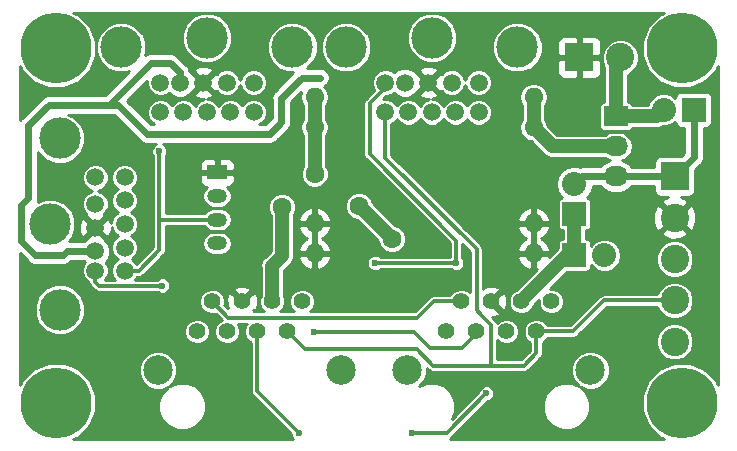
<source format=gbl>
G04 #@! TF.GenerationSoftware,KiCad,Pcbnew,(5.0.2)-1*
G04 #@! TF.CreationDate,2018-12-29T22:18:37+01:00*
G04 #@! TF.ProjectId,distributor_v2_only,64697374-7269-4627-9574-6f725f76325f,rev?*
G04 #@! TF.SameCoordinates,PX5e78920PY8670810*
G04 #@! TF.FileFunction,Copper,L2,Bot*
G04 #@! TF.FilePolarity,Positive*
%FSLAX46Y46*%
G04 Gerber Fmt 4.6, Leading zero omitted, Abs format (unit mm)*
G04 Created by KiCad (PCBNEW (5.0.2)-1) date 29.12.2018 22:18:37*
%MOMM*%
%LPD*%
G01*
G04 APERTURE LIST*
G04 #@! TA.AperFunction,ComponentPad*
%ADD10C,1.400000*%
G04 #@! TD*
G04 #@! TA.AperFunction,ComponentPad*
%ADD11C,2.500000*%
G04 #@! TD*
G04 #@! TA.AperFunction,ComponentPad*
%ADD12C,6.000000*%
G04 #@! TD*
G04 #@! TA.AperFunction,ComponentPad*
%ADD13C,2.400000*%
G04 #@! TD*
G04 #@! TA.AperFunction,ComponentPad*
%ADD14R,2.400000X2.400000*%
G04 #@! TD*
G04 #@! TA.AperFunction,ComponentPad*
%ADD15O,1.600000X1.600000*%
G04 #@! TD*
G04 #@! TA.AperFunction,ComponentPad*
%ADD16R,2.032000X1.727200*%
G04 #@! TD*
G04 #@! TA.AperFunction,ComponentPad*
%ADD17O,2.032000X1.727200*%
G04 #@! TD*
G04 #@! TA.AperFunction,ComponentPad*
%ADD18C,1.500000*%
G04 #@! TD*
G04 #@! TA.AperFunction,ViaPad*
%ADD19C,3.500000*%
G04 #@! TD*
G04 #@! TA.AperFunction,ComponentPad*
%ADD20R,2.032000X2.032000*%
G04 #@! TD*
G04 #@! TA.AperFunction,ComponentPad*
%ADD21O,2.032000X2.032000*%
G04 #@! TD*
G04 #@! TA.AperFunction,ComponentPad*
%ADD22R,1.699260X1.198880*%
G04 #@! TD*
G04 #@! TA.AperFunction,ComponentPad*
%ADD23O,1.699260X1.198880*%
G04 #@! TD*
G04 #@! TA.AperFunction,ViaPad*
%ADD24C,0.600000*%
G04 #@! TD*
G04 #@! TA.AperFunction,ViaPad*
%ADD25C,1.600000*%
G04 #@! TD*
G04 #@! TA.AperFunction,Conductor*
%ADD26C,0.304800*%
G04 #@! TD*
G04 #@! TA.AperFunction,Conductor*
%ADD27C,0.609600*%
G04 #@! TD*
G04 #@! TA.AperFunction,Conductor*
%ADD28C,1.200000*%
G04 #@! TD*
G04 #@! TA.AperFunction,Conductor*
%ADD29C,0.254000*%
G04 #@! TD*
G04 APERTURE END LIST*
D10*
G04 #@! TO.P,J1,3*
G04 #@! TO.N,/CB3*
X18935000Y10510000D03*
G04 #@! TO.P,J1,1*
G04 #@! TO.N,/CB1*
X16395000Y10510000D03*
G04 #@! TO.P,J1,2*
G04 #@! TO.N,/CB2*
X17665000Y13050000D03*
G04 #@! TO.P,J1,4*
G04 #@! TO.N,/CB4*
X20205000Y13050000D03*
G04 #@! TO.P,J1,5*
G04 #@! TO.N,/CB5*
X21475000Y10510000D03*
G04 #@! TO.P,J1,6*
G04 #@! TO.N,/CB6*
X22745000Y13050000D03*
G04 #@! TO.P,J1,7*
G04 #@! TO.N,/CB7*
X24015000Y10510000D03*
G04 #@! TO.P,J1,8*
G04 #@! TO.N,/CB8*
X25285000Y13050000D03*
D11*
G04 #@! TO.P,J1,13*
G04 #@! TO.N,N/C*
X13090000Y7220000D03*
X28590000Y7220000D03*
G04 #@! TD*
D12*
G04 #@! TO.P,R08,1*
G04 #@! TO.N,N/C*
X57440000Y4470000D03*
G04 #@! TD*
G04 #@! TO.P,R06,1*
G04 #@! TO.N,N/C*
X57440000Y34470000D03*
G04 #@! TD*
G04 #@! TO.P,R05,1*
G04 #@! TO.N,N/C*
X4440000Y34470000D03*
G04 #@! TD*
G04 #@! TO.P,R07,1*
G04 #@! TO.N,N/C*
X4440000Y4470000D03*
G04 #@! TD*
D13*
G04 #@! TO.P,P15,2*
G04 #@! TO.N,Net-(P15-Pad2)*
X52232500Y33717000D03*
D14*
G04 #@! TO.P,P15,1*
G04 #@! TO.N,/CB4*
X48732500Y33717000D03*
G04 #@! TD*
D13*
G04 #@! TO.P,P14,2*
G04 #@! TO.N,/CB4*
X56831000Y20137000D03*
D14*
G04 #@! TO.P,P14,1*
G04 #@! TO.N,/CVCC*
X56831000Y23637000D03*
D13*
G04 #@! TO.P,P14,3*
G04 #@! TO.N,/CB6'*
X56831000Y16637000D03*
G04 #@! TO.P,P14,4*
G04 #@! TO.N,/CB7*
X56831000Y13137000D03*
G04 #@! TO.P,P14,5*
G04 #@! TO.N,/CB8*
X56831000Y9637000D03*
G04 #@! TD*
D10*
G04 #@! TO.P,J2,3*
G04 #@! TO.N,/CB3*
X40035000Y10510000D03*
G04 #@! TO.P,J2,1*
G04 #@! TO.N,/CB1*
X37495000Y10510000D03*
G04 #@! TO.P,J2,2*
G04 #@! TO.N,/CB2*
X38765000Y13050000D03*
G04 #@! TO.P,J2,4*
G04 #@! TO.N,/CB4*
X41305000Y13050000D03*
G04 #@! TO.P,J2,5*
G04 #@! TO.N,/CB5*
X42575000Y10510000D03*
G04 #@! TO.P,J2,6*
G04 #@! TO.N,/CB6*
X43845000Y13050000D03*
G04 #@! TO.P,J2,7*
G04 #@! TO.N,/CB7*
X45115000Y10510000D03*
G04 #@! TO.P,J2,8*
G04 #@! TO.N,/CB8*
X46385000Y13050000D03*
D11*
G04 #@! TO.P,J2,13*
G04 #@! TO.N,N/C*
X34190000Y7220000D03*
X49690000Y7220000D03*
G04 #@! TD*
D15*
G04 #@! TO.P,P23,1*
G04 #@! TO.N,Net-(P23-Pad1)*
X44881800Y30327600D03*
G04 #@! TO.P,P23,2*
X44881800Y27787600D03*
G04 #@! TO.P,P23,3*
G04 #@! TO.N,/CB4*
X44881800Y19659600D03*
G04 #@! TO.P,P23,4*
X44881800Y17119600D03*
G04 #@! TO.P,P23,5*
G04 #@! TO.N,/CB6*
X26339800Y30327600D03*
G04 #@! TO.P,P23,6*
X26339800Y27787600D03*
G04 #@! TO.P,P23,7*
G04 #@! TO.N,/CB4*
X26339800Y19659600D03*
G04 #@! TO.P,P23,8*
X26339800Y17119600D03*
G04 #@! TD*
D16*
G04 #@! TO.P,P24,1*
G04 #@! TO.N,Net-(P15-Pad2)*
X51866800Y28727400D03*
D17*
G04 #@! TO.P,P24,2*
G04 #@! TO.N,Net-(P23-Pad1)*
X51866800Y26187400D03*
G04 #@! TO.P,P24,3*
G04 #@! TO.N,/CVCC*
X51866800Y23647400D03*
G04 #@! TD*
D18*
G04 #@! TO.P,P16,7*
G04 #@! TO.N,Net-(P16-Pad7)*
X7765800Y23558800D03*
G04 #@! TO.P,P16,1*
G04 #@! TO.N,/CVCC*
X7765800Y17308800D03*
D19*
G04 #@! TD*
G04 #@! TO.N,N/C*
G04 #@! TO.C,P16*
X4765800Y26858800D03*
G04 #@! TO.N,N/C*
G04 #@! TO.C,P16*
X4765800Y12358800D03*
D18*
G04 #@! TD*
G04 #@! TO.P,P16,3*
G04 #@! TO.N,Net-(P16-Pad3)*
X7765800Y21308800D03*
G04 #@! TO.P,P16,2*
G04 #@! TO.N,/CB4*
X7765800Y19308800D03*
G04 #@! TO.P,P16,4*
G04 #@! TO.N,/CB8*
X7765800Y15658800D03*
G04 #@! TO.P,P16,6*
G04 #@! TO.N,Net-(P16-Pad6)*
X10265800Y19608800D03*
G04 #@! TO.P,P16,5*
G04 #@! TO.N,Net-(P16-Pad5)*
X10266680Y17608800D03*
G04 #@! TO.P,P16,10*
G04 #@! TO.N,Net-(P16-Pad10)*
X10265800Y23558800D03*
G04 #@! TO.P,P16,9*
G04 #@! TO.N,Net-(P16-Pad9)*
X10265800Y21608800D03*
G04 #@! TO.P,P16,8*
G04 #@! TO.N,/CB7*
X10266680Y15658800D03*
D19*
G04 #@! TD*
G04 #@! TO.N,N/C*
G04 #@! TO.C,P16*
X3965800Y19608800D03*
D18*
G04 #@! TO.P,P17,7*
G04 #@! TO.N,Net-(P17-Pad7)*
X21171200Y31578800D03*
G04 #@! TO.P,P17,1*
G04 #@! TO.N,/CVCC*
X14921200Y31578800D03*
D19*
G04 #@! TD*
G04 #@! TO.N,N/C*
G04 #@! TO.C,P17*
X24471200Y34578800D03*
G04 #@! TO.N,N/C*
G04 #@! TO.C,P17*
X9971200Y34578800D03*
D18*
G04 #@! TD*
G04 #@! TO.P,P17,3*
G04 #@! TO.N,Net-(P17-Pad3)*
X18921200Y31578800D03*
G04 #@! TO.P,P17,2*
G04 #@! TO.N,/CB4*
X16921200Y31578800D03*
G04 #@! TO.P,P17,4*
G04 #@! TO.N,/CB8*
X13271200Y31578800D03*
G04 #@! TO.P,P17,6*
G04 #@! TO.N,Net-(P17-Pad6)*
X17221200Y29078800D03*
G04 #@! TO.P,P17,5*
G04 #@! TO.N,Net-(P17-Pad5)*
X15221200Y29077920D03*
G04 #@! TO.P,P17,10*
G04 #@! TO.N,Net-(P17-Pad10)*
X21171200Y29078800D03*
G04 #@! TO.P,P17,9*
G04 #@! TO.N,Net-(P17-Pad9)*
X19221200Y29078800D03*
G04 #@! TO.P,P17,8*
G04 #@! TO.N,/CB7*
X13271200Y29077920D03*
D19*
G04 #@! TD*
G04 #@! TO.N,N/C*
G04 #@! TO.C,P17*
X17221200Y35378800D03*
D18*
G04 #@! TO.P,P18,7*
G04 #@! TO.N,Net-(P18-Pad7)*
X40221200Y31578800D03*
G04 #@! TO.P,P18,1*
G04 #@! TO.N,/CVCC*
X33971200Y31578800D03*
D19*
G04 #@! TD*
G04 #@! TO.N,N/C*
G04 #@! TO.C,P18*
X43521200Y34578800D03*
G04 #@! TO.N,N/C*
G04 #@! TO.C,P18*
X29021200Y34578800D03*
D18*
G04 #@! TD*
G04 #@! TO.P,P18,3*
G04 #@! TO.N,Net-(P18-Pad3)*
X37971200Y31578800D03*
G04 #@! TO.P,P18,2*
G04 #@! TO.N,/CB4*
X35971200Y31578800D03*
G04 #@! TO.P,P18,4*
G04 #@! TO.N,/CB8*
X32321200Y31578800D03*
G04 #@! TO.P,P18,6*
G04 #@! TO.N,Net-(P18-Pad6)*
X36271200Y29078800D03*
G04 #@! TO.P,P18,5*
G04 #@! TO.N,Net-(P18-Pad5)*
X34271200Y29077920D03*
G04 #@! TO.P,P18,10*
G04 #@! TO.N,Net-(P18-Pad10)*
X40221200Y29078800D03*
G04 #@! TO.P,P18,9*
G04 #@! TO.N,Net-(P18-Pad9)*
X38271200Y29078800D03*
G04 #@! TO.P,P18,8*
G04 #@! TO.N,/CB7*
X32321200Y29077920D03*
D19*
G04 #@! TD*
G04 #@! TO.N,N/C*
G04 #@! TO.C,P18*
X36271200Y35378800D03*
D20*
G04 #@! TO.P,P27,1*
G04 #@! TO.N,/CB6*
X48340000Y16970000D03*
D21*
G04 #@! TO.P,P27,2*
G04 #@! TO.N,/CB6'*
X50880000Y16970000D03*
G04 #@! TD*
D20*
G04 #@! TO.P,P28,1*
G04 #@! TO.N,/CB6*
X48340000Y20470000D03*
D21*
G04 #@! TO.P,P28,2*
G04 #@! TO.N,/CVCC*
X48340000Y23010000D03*
G04 #@! TD*
D20*
G04 #@! TO.P,P29,1*
G04 #@! TO.N,/CVCC*
X58440000Y29270000D03*
D21*
G04 #@! TO.P,P29,2*
G04 #@! TO.N,Net-(P15-Pad2)*
X55900000Y29270000D03*
G04 #@! TD*
D22*
G04 #@! TO.P,P20,1*
G04 #@! TO.N,/CB4*
X18084800Y23982680D03*
D23*
G04 #@! TO.P,P20,3*
G04 #@! TO.N,/CB7*
X18084800Y19979640D03*
G04 #@! TO.P,P20,2*
G04 #@! TO.N,/CB6'*
X18084800Y21981160D03*
G04 #@! TO.P,P20,4*
G04 #@! TO.N,/CB8*
X18084800Y17980660D03*
G04 #@! TD*
D24*
G04 #@! TO.N,/CB3*
X26289000Y10477500D03*
G04 #@! TO.N,/CB5*
X25019000Y1905000D03*
X34607500Y1905000D03*
X40894000Y5270500D03*
D25*
G04 #@! TO.N,/CB6*
X23596600Y21082000D03*
X26339800Y23825200D03*
X32918400Y18364200D03*
X30124400Y21107400D03*
D24*
G04 #@! TO.N,/CB7*
X13208000Y25781000D03*
G04 #@! TO.N,/CB8*
X31470600Y16306800D03*
X38354000Y16306800D03*
X13462000Y14401800D03*
G04 #@! TO.N,/CVCC*
X26797000Y32004000D03*
G04 #@! TD*
D26*
G04 #@! TO.N,/CB3*
X40035000Y10510000D02*
X40035000Y10317000D01*
X40035000Y10317000D02*
X38862000Y9144000D01*
X38862000Y9144000D02*
X36131500Y9144000D01*
X36131500Y9144000D02*
X34798000Y10477500D01*
X34798000Y10477500D02*
X26289000Y10477500D01*
G04 #@! TO.N,/CB2*
X19031000Y11684000D02*
X17665000Y13050000D01*
X19812000Y11684000D02*
X19031000Y11684000D01*
X36418000Y13050000D02*
X35052000Y11684000D01*
X35052000Y11684000D02*
X19812000Y11684000D01*
X38765000Y13050000D02*
X36418000Y13050000D01*
G04 #@! TO.N,/CB4*
X20205000Y13050000D02*
X20122400Y13050000D01*
G04 #@! TO.N,/CB5*
X21475000Y5449000D02*
X21475000Y10510000D01*
X25019000Y1905000D02*
X21475000Y5449000D01*
X37528500Y1905000D02*
X34607500Y1905000D01*
X40894000Y5270500D02*
X37528500Y1905000D01*
G04 #@! TO.N,/CB6*
X26619200Y30276800D02*
X26416000Y30480000D01*
D27*
X43911000Y13050000D02*
X43845000Y13050000D01*
X43845000Y13050000D02*
X43845000Y13241500D01*
X43845000Y13050000D02*
X43845000Y13432000D01*
X43845000Y13050000D02*
X43845000Y13492000D01*
D26*
X43815000Y13080000D02*
X43845000Y13050000D01*
D28*
X26339800Y30327600D02*
X26339800Y27787600D01*
X43845000Y13050000D02*
X43845000Y13136400D01*
X22745000Y16090200D02*
X23596600Y16941800D01*
X23596600Y16941800D02*
X23596600Y21082000D01*
X26339800Y23825200D02*
X26339800Y27787600D01*
X22745000Y13050000D02*
X22745000Y16090200D01*
X32918400Y18364200D02*
X30175200Y21107400D01*
X30175200Y21107400D02*
X30124400Y21107400D01*
X47740000Y16970000D02*
X48340000Y16970000D01*
X43845000Y13075000D02*
X47740000Y16970000D01*
X43845000Y13050000D02*
X43845000Y13075000D01*
X48340000Y16970000D02*
X48340000Y20470000D01*
D26*
G04 #@! TO.N,/CB7*
X18084800Y19979640D02*
X13208000Y19979640D01*
X13208000Y19979640D02*
X13208000Y19939000D01*
X45115000Y10510000D02*
X45115000Y8666000D01*
X34988500Y9017000D02*
X25508000Y9017000D01*
X36385500Y7620000D02*
X34988500Y9017000D01*
X41224200Y7620000D02*
X36385500Y7620000D01*
X44069000Y7620000D02*
X41224200Y7620000D01*
X45115000Y8666000D02*
X44069000Y7620000D01*
X41249600Y11099800D02*
X41249600Y7620000D01*
X41249600Y7620000D02*
X41224200Y7620000D01*
X40055800Y12293600D02*
X40436800Y11912600D01*
X40055800Y17475200D02*
X40055800Y12293600D01*
X40436800Y11912600D02*
X41249600Y11099800D01*
X25508000Y9017000D02*
X24015000Y10510000D01*
X56831000Y13137000D02*
X50856000Y13137000D01*
X48229000Y10510000D02*
X45115000Y10510000D01*
X50856000Y13137000D02*
X48229000Y10510000D01*
X32321200Y29077920D02*
X32321200Y25209800D01*
X32321200Y25209800D02*
X40055800Y17475200D01*
X11467800Y15658800D02*
X13208000Y17399000D01*
X13208000Y17399000D02*
X13208000Y19939000D01*
X13208000Y19939000D02*
X13208000Y25781000D01*
X10266680Y15658800D02*
X11467800Y15658800D01*
G04 #@! TO.N,/CB8*
X38354000Y16306800D02*
X31470600Y16306800D01*
X13462000Y14401800D02*
X13436600Y14376400D01*
X8763000Y14376400D02*
X8712200Y14376400D01*
X13436600Y14376400D02*
X8763000Y14376400D01*
X32321200Y31578800D02*
X32321200Y31127400D01*
X38328600Y16332200D02*
X38354000Y16306800D01*
X32321200Y31127400D02*
X31013400Y29819600D01*
X31013400Y29819600D02*
X31013400Y25527000D01*
X31013400Y25527000D02*
X38328600Y18211800D01*
X38328600Y18211800D02*
X38328600Y16332200D01*
X13271200Y31578800D02*
X13271200Y32041800D01*
X8102600Y14376400D02*
X7765800Y14713200D01*
X7765800Y14713200D02*
X7765800Y15658800D01*
X8763000Y14376400D02*
X8102600Y14376400D01*
D27*
G04 #@! TO.N,/CVCC*
X23533100Y28232100D02*
X23533100Y30264100D01*
X8915400Y29692600D02*
X9677400Y29692600D01*
X22529800Y27228800D02*
X23533100Y28232100D01*
X12141200Y27228800D02*
X22529800Y27228800D01*
X9677400Y29692600D02*
X12141200Y27228800D01*
X25273000Y32004000D02*
X26797000Y32004000D01*
X23533100Y30264100D02*
X25273000Y32004000D01*
X56831000Y23637000D02*
X51877200Y23637000D01*
X51877200Y23637000D02*
X51866800Y23647400D01*
X14122400Y33248600D02*
X14921200Y32449800D01*
X14921200Y32449800D02*
X14921200Y31578800D01*
X1498600Y18186400D02*
X1498600Y20853400D01*
X2692400Y16992600D02*
X1498600Y18186400D01*
X5054600Y16992600D02*
X2692400Y16992600D01*
X5370800Y17308800D02*
X5054600Y16992600D01*
X7765800Y17308800D02*
X5370800Y17308800D01*
X12496800Y33248600D02*
X14122400Y33248600D01*
X8940800Y29692600D02*
X12496800Y33248600D01*
X8915400Y29692600D02*
X8940800Y29692600D01*
X3835400Y29692600D02*
X8915400Y29692600D01*
X2108200Y27965400D02*
X3835400Y29692600D01*
X2108200Y21793200D02*
X2108200Y27965400D01*
X1498600Y21183600D02*
X2108200Y21793200D01*
X1498600Y20853400D02*
X1498600Y21183600D01*
X48977400Y23647400D02*
X48340000Y23010000D01*
X51866800Y23647400D02*
X48977400Y23647400D01*
X58440000Y25246000D02*
X56831000Y23637000D01*
X58440000Y29270000D02*
X58440000Y25246000D01*
D28*
G04 #@! TO.N,Net-(P23-Pad1)*
X46482000Y26187400D02*
X44881800Y27787600D01*
X51866800Y26187400D02*
X46482000Y26187400D01*
X44881800Y27787600D02*
X44881800Y30327600D01*
G04 #@! TO.N,Net-(P15-Pad2)*
X51866800Y33351300D02*
X52232500Y33717000D01*
X51866800Y28727400D02*
X51866800Y33351300D01*
X55357400Y28727400D02*
X55900000Y29270000D01*
X51866800Y28727400D02*
X55357400Y28727400D01*
G04 #@! TD*
D29*
G04 #@! TO.N,/CB4*
G36*
X55524817Y37336274D02*
X54573726Y36385183D01*
X54059000Y35142523D01*
X54059000Y33797477D01*
X54573726Y32554817D01*
X55524817Y31603726D01*
X56767477Y31089000D01*
X58112523Y31089000D01*
X59355183Y31603726D01*
X60306274Y32554817D01*
X60484000Y32983886D01*
X60484001Y5956112D01*
X60306274Y6385183D01*
X59355183Y7336274D01*
X58112523Y7851000D01*
X56767477Y7851000D01*
X55524817Y7336274D01*
X54573726Y6385183D01*
X54059000Y5142523D01*
X54059000Y3797477D01*
X54573726Y2554817D01*
X55524817Y1603726D01*
X55953886Y1426000D01*
X37771719Y1426000D01*
X37913059Y1520441D01*
X37942817Y1564977D01*
X40946858Y4569018D01*
X45649000Y4569018D01*
X45649000Y3770982D01*
X45954395Y3033692D01*
X46518692Y2469395D01*
X47255982Y2164000D01*
X48054018Y2164000D01*
X48791308Y2469395D01*
X49355605Y3033692D01*
X49661000Y3770982D01*
X49661000Y4569018D01*
X49355605Y5306308D01*
X48865970Y5795943D01*
X49365574Y5589000D01*
X50014426Y5589000D01*
X50613887Y5837305D01*
X51072695Y6296113D01*
X51321000Y6895574D01*
X51321000Y7544426D01*
X51072695Y8143887D01*
X50613887Y8602695D01*
X50014426Y8851000D01*
X49365574Y8851000D01*
X48766113Y8602695D01*
X48307305Y8143887D01*
X48059000Y7544426D01*
X48059000Y6895574D01*
X48307305Y6296113D01*
X48691451Y5911967D01*
X48054018Y6176000D01*
X47255982Y6176000D01*
X46518692Y5870605D01*
X45954395Y5306308D01*
X45649000Y4569018D01*
X40946858Y4569018D01*
X40967341Y4589500D01*
X41029459Y4589500D01*
X41279756Y4693176D01*
X41471324Y4884744D01*
X41575000Y5135041D01*
X41575000Y5405959D01*
X41471324Y5656256D01*
X41279756Y5847824D01*
X41029459Y5951500D01*
X40758541Y5951500D01*
X40508244Y5847824D01*
X40316676Y5656256D01*
X40213000Y5405959D01*
X40213000Y5343841D01*
X37941694Y3072534D01*
X38231000Y3770982D01*
X38231000Y4569018D01*
X37925605Y5306308D01*
X37361308Y5870605D01*
X36624018Y6176000D01*
X35825982Y6176000D01*
X35188549Y5911967D01*
X35572695Y6296113D01*
X35821000Y6895574D01*
X35821000Y7430159D01*
X35971184Y7279975D01*
X36000941Y7235441D01*
X36177378Y7117549D01*
X36332969Y7086600D01*
X36332973Y7086600D01*
X36385499Y7076152D01*
X36438025Y7086600D01*
X41197070Y7086600D01*
X41249600Y7076151D01*
X41302131Y7086600D01*
X44016474Y7086600D01*
X44069000Y7076152D01*
X44121526Y7086600D01*
X44121531Y7086600D01*
X44277122Y7117549D01*
X44453559Y7235441D01*
X44483317Y7279977D01*
X45455028Y8251686D01*
X45499559Y8281441D01*
X45529313Y8325971D01*
X45529315Y8325973D01*
X45617450Y8457877D01*
X45617451Y8457878D01*
X45648400Y8613469D01*
X45648400Y8613473D01*
X45658848Y8665999D01*
X45648400Y8718525D01*
X45648400Y9560875D01*
X45727337Y9593572D01*
X46031428Y9897663D01*
X46053720Y9951481D01*
X55250000Y9951481D01*
X55250000Y9322519D01*
X55490693Y8741435D01*
X55935435Y8296693D01*
X56516519Y8056000D01*
X57145481Y8056000D01*
X57726565Y8296693D01*
X58171307Y8741435D01*
X58412000Y9322519D01*
X58412000Y9951481D01*
X58171307Y10532565D01*
X57726565Y10977307D01*
X57145481Y11218000D01*
X56516519Y11218000D01*
X55935435Y10977307D01*
X55490693Y10532565D01*
X55250000Y9951481D01*
X46053720Y9951481D01*
X46064125Y9976600D01*
X48176474Y9976600D01*
X48229000Y9966152D01*
X48281526Y9976600D01*
X48281531Y9976600D01*
X48437122Y10007549D01*
X48613559Y10125441D01*
X48643317Y10169977D01*
X51076941Y12603600D01*
X55340679Y12603600D01*
X55490693Y12241435D01*
X55935435Y11796693D01*
X56516519Y11556000D01*
X57145481Y11556000D01*
X57726565Y11796693D01*
X58171307Y12241435D01*
X58412000Y12822519D01*
X58412000Y13451481D01*
X58171307Y14032565D01*
X57726565Y14477307D01*
X57145481Y14718000D01*
X56516519Y14718000D01*
X55935435Y14477307D01*
X55490693Y14032565D01*
X55340679Y13670400D01*
X50908525Y13670400D01*
X50855999Y13680848D01*
X50803473Y13670400D01*
X50803469Y13670400D01*
X50647878Y13639451D01*
X50471441Y13521559D01*
X50441685Y13477025D01*
X48008060Y11043400D01*
X46064125Y11043400D01*
X46031428Y11122337D01*
X45727337Y11426428D01*
X45330024Y11591000D01*
X44899976Y11591000D01*
X44502663Y11426428D01*
X44198572Y11122337D01*
X44034000Y10725024D01*
X44034000Y10294976D01*
X44198572Y9897663D01*
X44502663Y9593572D01*
X44581601Y9560875D01*
X44581601Y8886943D01*
X43848060Y8153400D01*
X41783000Y8153400D01*
X41783000Y9773235D01*
X41962663Y9593572D01*
X42359976Y9429000D01*
X42790024Y9429000D01*
X43187337Y9593572D01*
X43491428Y9897663D01*
X43656000Y10294976D01*
X43656000Y10725024D01*
X43491428Y11122337D01*
X43187337Y11426428D01*
X42790024Y11591000D01*
X42359976Y11591000D01*
X41962663Y11426428D01*
X41767332Y11231097D01*
X41752051Y11307922D01*
X41634159Y11484359D01*
X41589626Y11514115D01*
X41386294Y11717447D01*
X41642440Y11731336D01*
X41998831Y11878958D01*
X42060669Y12114725D01*
X41305000Y12870395D01*
X41290858Y12856252D01*
X41111252Y13035858D01*
X41125395Y13050000D01*
X41484605Y13050000D01*
X42240275Y12294331D01*
X42476042Y12356169D01*
X42652419Y12857122D01*
X42630302Y13265024D01*
X42764000Y13265024D01*
X42764000Y12834976D01*
X42928572Y12437663D01*
X43232663Y12133572D01*
X43629976Y11969000D01*
X44060024Y11969000D01*
X44457337Y12133572D01*
X44761428Y12437663D01*
X44879106Y12721764D01*
X45304000Y13146658D01*
X45304000Y12834976D01*
X45468572Y12437663D01*
X45772663Y12133572D01*
X46169976Y11969000D01*
X46600024Y11969000D01*
X46997337Y12133572D01*
X47301428Y12437663D01*
X47466000Y12834976D01*
X47466000Y13265024D01*
X47301428Y13662337D01*
X46997337Y13966428D01*
X46600024Y14131000D01*
X46288342Y14131000D01*
X47722879Y15565536D01*
X49356000Y15565536D01*
X49504659Y15595106D01*
X49630686Y15679314D01*
X49714894Y15805341D01*
X49744464Y15954000D01*
X49744464Y16154918D01*
X49872820Y15962820D01*
X50334918Y15654056D01*
X50742412Y15573000D01*
X51017588Y15573000D01*
X51425082Y15654056D01*
X51887180Y15962820D01*
X52195944Y16424918D01*
X52300684Y16951481D01*
X55250000Y16951481D01*
X55250000Y16322519D01*
X55490693Y15741435D01*
X55935435Y15296693D01*
X56516519Y15056000D01*
X57145481Y15056000D01*
X57726565Y15296693D01*
X58171307Y15741435D01*
X58412000Y16322519D01*
X58412000Y16951481D01*
X58171307Y17532565D01*
X57726565Y17977307D01*
X57145481Y18218000D01*
X56516519Y18218000D01*
X55935435Y17977307D01*
X55490693Y17532565D01*
X55250000Y16951481D01*
X52300684Y16951481D01*
X52304368Y16970000D01*
X52195944Y17515082D01*
X51887180Y17977180D01*
X51425082Y18285944D01*
X51017588Y18367000D01*
X50742412Y18367000D01*
X50334918Y18285944D01*
X49872820Y17977180D01*
X49744464Y17785082D01*
X49744464Y17986000D01*
X49714894Y18134659D01*
X49630686Y18260686D01*
X49504659Y18344894D01*
X49356000Y18374464D01*
X49321000Y18374464D01*
X49321000Y18839825D01*
X55713430Y18839825D01*
X55836565Y18552212D01*
X56518734Y18292293D01*
X57248443Y18313214D01*
X57825435Y18552212D01*
X57948570Y18839825D01*
X56831000Y19957395D01*
X55713430Y18839825D01*
X49321000Y18839825D01*
X49321000Y19065536D01*
X49356000Y19065536D01*
X49504659Y19095106D01*
X49630686Y19179314D01*
X49714894Y19305341D01*
X49744464Y19454000D01*
X49744464Y20449266D01*
X54986293Y20449266D01*
X55007214Y19719557D01*
X55246212Y19142565D01*
X55533825Y19019430D01*
X56651395Y20137000D01*
X57010605Y20137000D01*
X58128175Y19019430D01*
X58415788Y19142565D01*
X58675707Y19824734D01*
X58654786Y20554443D01*
X58415788Y21131435D01*
X58128175Y21254570D01*
X57010605Y20137000D01*
X56651395Y20137000D01*
X55533825Y21254570D01*
X55246212Y21131435D01*
X54986293Y20449266D01*
X49744464Y20449266D01*
X49744464Y21486000D01*
X49714894Y21634659D01*
X49630686Y21760686D01*
X49504659Y21844894D01*
X49403682Y21864979D01*
X49452441Y21897559D01*
X49793474Y22407951D01*
X49874560Y22815600D01*
X50597732Y22815600D01*
X50711834Y22644834D01*
X51171815Y22337484D01*
X51577440Y22256800D01*
X52156160Y22256800D01*
X52561785Y22337484D01*
X53021766Y22644834D01*
X53128919Y22805200D01*
X55093676Y22805200D01*
X55093676Y22437000D01*
X55134577Y22231375D01*
X55251055Y22057055D01*
X55425375Y21940577D01*
X55631000Y21899676D01*
X56266024Y21899676D01*
X55836565Y21721788D01*
X55713430Y21434175D01*
X56831000Y20316605D01*
X57948570Y21434175D01*
X57825435Y21721788D01*
X57358560Y21899676D01*
X58031000Y21899676D01*
X58236625Y21940577D01*
X58410945Y22057055D01*
X58527423Y22231375D01*
X58568324Y22437000D01*
X58568324Y24197981D01*
X58970244Y24599901D01*
X59039694Y24646306D01*
X59223538Y24921448D01*
X59271800Y25164079D01*
X59288095Y25246000D01*
X59271800Y25327921D01*
X59271800Y27716676D01*
X59456000Y27716676D01*
X59661625Y27757577D01*
X59835945Y27874055D01*
X59952423Y28048375D01*
X59993324Y28254000D01*
X59993324Y30286000D01*
X59952423Y30491625D01*
X59835945Y30665945D01*
X59661625Y30782423D01*
X59456000Y30823324D01*
X57424000Y30823324D01*
X57218375Y30782423D01*
X57044055Y30665945D01*
X56927577Y30491625D01*
X56887533Y30290308D01*
X56445082Y30585944D01*
X56037588Y30667000D01*
X55762412Y30667000D01*
X55354918Y30585944D01*
X54892820Y30277180D01*
X54584056Y29815082D01*
X54562836Y29708400D01*
X53247912Y29708400D01*
X53241694Y29739659D01*
X53157486Y29865686D01*
X53031459Y29949894D01*
X52882800Y29979464D01*
X52847800Y29979464D01*
X52847800Y32260603D01*
X53128065Y32376693D01*
X53572807Y32821435D01*
X53813500Y33402519D01*
X53813500Y34031481D01*
X53572807Y34612565D01*
X53128065Y35057307D01*
X52546981Y35298000D01*
X51918019Y35298000D01*
X51336935Y35057307D01*
X50892193Y34612565D01*
X50651500Y34031481D01*
X50651500Y33402519D01*
X50885801Y32836867D01*
X50885800Y29979464D01*
X50850800Y29979464D01*
X50702141Y29949894D01*
X50576114Y29865686D01*
X50491906Y29739659D01*
X50462336Y29591000D01*
X50462336Y27863800D01*
X50491906Y27715141D01*
X50576114Y27589114D01*
X50702141Y27504906D01*
X50850800Y27475336D01*
X52882800Y27475336D01*
X53031459Y27504906D01*
X53157486Y27589114D01*
X53241694Y27715141D01*
X53247912Y27746400D01*
X55260785Y27746400D01*
X55357400Y27727182D01*
X55454015Y27746400D01*
X55454016Y27746400D01*
X55740167Y27803319D01*
X55844452Y27873000D01*
X56037588Y27873000D01*
X56445082Y27954056D01*
X56887533Y28249692D01*
X56927577Y28048375D01*
X57044055Y27874055D01*
X57218375Y27757577D01*
X57424000Y27716676D01*
X57608200Y27716676D01*
X57608201Y25590544D01*
X57391981Y25374324D01*
X55631000Y25374324D01*
X55425375Y25333423D01*
X55251055Y25216945D01*
X55134577Y25042625D01*
X55093676Y24837000D01*
X55093676Y24468800D01*
X53142817Y24468800D01*
X53021766Y24649966D01*
X52561785Y24957316D01*
X52388271Y24991830D01*
X52504819Y25015013D01*
X52916506Y25290094D01*
X53191587Y25701781D01*
X53288183Y26187400D01*
X53191587Y26673019D01*
X52916506Y27084706D01*
X52504819Y27359787D01*
X52141781Y27432000D01*
X51591819Y27432000D01*
X51228781Y27359787D01*
X50942351Y27168400D01*
X46888343Y27168400D01*
X46040447Y28016295D01*
X45994278Y28248403D01*
X45862800Y28445173D01*
X45862800Y29670027D01*
X45994278Y29866797D01*
X46085937Y30327600D01*
X45994278Y30788403D01*
X45733253Y31179053D01*
X45342603Y31440078D01*
X44998118Y31508600D01*
X44765482Y31508600D01*
X44420997Y31440078D01*
X44030347Y31179053D01*
X43769322Y30788403D01*
X43677663Y30327600D01*
X43769322Y29866797D01*
X43900801Y29670026D01*
X43900800Y28445173D01*
X43769322Y28248403D01*
X43677663Y27787600D01*
X43769322Y27326797D01*
X44030347Y26936147D01*
X44420997Y26675122D01*
X44653105Y26628953D01*
X45720009Y25562048D01*
X45774739Y25480139D01*
X46099233Y25263319D01*
X46368292Y25209800D01*
X46482000Y25187182D01*
X46578616Y25206400D01*
X50942351Y25206400D01*
X51228781Y25015013D01*
X51345329Y24991830D01*
X51171815Y24957316D01*
X50711834Y24649966D01*
X50597732Y24479200D01*
X49059321Y24479200D01*
X48977400Y24495495D01*
X48895479Y24479200D01*
X48879234Y24475969D01*
X48491971Y24553000D01*
X48188029Y24553000D01*
X47737951Y24463474D01*
X47227559Y24122441D01*
X46886526Y23612049D01*
X46766771Y23010000D01*
X46886526Y22407951D01*
X47227559Y21897559D01*
X47276318Y21864979D01*
X47175341Y21844894D01*
X47049314Y21760686D01*
X46965106Y21634659D01*
X46935536Y21486000D01*
X46935536Y19454000D01*
X46965106Y19305341D01*
X47049314Y19179314D01*
X47175341Y19095106D01*
X47324000Y19065536D01*
X47359001Y19065536D01*
X47359000Y18374464D01*
X47324000Y18374464D01*
X47175341Y18344894D01*
X47049314Y18260686D01*
X46965106Y18134659D01*
X46935536Y17986000D01*
X46935536Y17552879D01*
X46231146Y16848489D01*
X46152429Y16992600D01*
X45008800Y16992600D01*
X45008800Y15849685D01*
X45153076Y15770419D01*
X43431409Y14048751D01*
X43232663Y13966428D01*
X42928572Y13662337D01*
X42764000Y13265024D01*
X42630302Y13265024D01*
X42623664Y13387440D01*
X42476042Y13743831D01*
X42240275Y13805669D01*
X41484605Y13050000D01*
X41125395Y13050000D01*
X41111252Y13064142D01*
X41290858Y13243748D01*
X41305000Y13229605D01*
X42060669Y13985275D01*
X41998831Y14221042D01*
X41497878Y14397419D01*
X40967560Y14368664D01*
X40611169Y14221042D01*
X40589200Y14137282D01*
X40589200Y16770559D01*
X43489886Y16770559D01*
X43729411Y16264466D01*
X44144377Y15888559D01*
X44532761Y15727696D01*
X44754800Y15849685D01*
X44754800Y16992600D01*
X43611171Y16992600D01*
X43489886Y16770559D01*
X40589200Y16770559D01*
X40589200Y17422675D01*
X40599648Y17475201D01*
X40589200Y17527727D01*
X40589200Y17527731D01*
X40558251Y17683322D01*
X40440359Y17859759D01*
X40395826Y17889515D01*
X38974782Y19310559D01*
X43489886Y19310559D01*
X43729411Y18804466D01*
X44144377Y18428559D01*
X44238439Y18389600D01*
X44144377Y18350641D01*
X43729411Y17974734D01*
X43489886Y17468641D01*
X43611171Y17246600D01*
X44754800Y17246600D01*
X44754800Y18389515D01*
X44754645Y18389600D01*
X44754800Y18389685D01*
X44754800Y19532600D01*
X45008800Y19532600D01*
X45008800Y18389685D01*
X45008955Y18389600D01*
X45008800Y18389515D01*
X45008800Y17246600D01*
X46152429Y17246600D01*
X46273714Y17468641D01*
X46034189Y17974734D01*
X45619223Y18350641D01*
X45525161Y18389600D01*
X45619223Y18428559D01*
X46034189Y18804466D01*
X46273714Y19310559D01*
X46152429Y19532600D01*
X45008800Y19532600D01*
X44754800Y19532600D01*
X43611171Y19532600D01*
X43489886Y19310559D01*
X38974782Y19310559D01*
X38276700Y20008641D01*
X43489886Y20008641D01*
X43611171Y19786600D01*
X44754800Y19786600D01*
X44754800Y20929515D01*
X45008800Y20929515D01*
X45008800Y19786600D01*
X46152429Y19786600D01*
X46273714Y20008641D01*
X46034189Y20514734D01*
X45619223Y20890641D01*
X45230839Y21051504D01*
X45008800Y20929515D01*
X44754800Y20929515D01*
X44532761Y21051504D01*
X44144377Y20890641D01*
X43729411Y20514734D01*
X43489886Y20008641D01*
X38276700Y20008641D01*
X32854600Y25430740D01*
X32854600Y28074676D01*
X32961860Y28119104D01*
X33280016Y28437260D01*
X33296200Y28476332D01*
X33312384Y28437260D01*
X33630540Y28119104D01*
X34046230Y27946920D01*
X34496170Y27946920D01*
X34911860Y28119104D01*
X35230016Y28437260D01*
X35271382Y28537127D01*
X35312384Y28438140D01*
X35630540Y28119984D01*
X36046230Y27947800D01*
X36496170Y27947800D01*
X36911860Y28119984D01*
X37230016Y28438140D01*
X37271200Y28537567D01*
X37312384Y28438140D01*
X37630540Y28119984D01*
X38046230Y27947800D01*
X38496170Y27947800D01*
X38911860Y28119984D01*
X39230016Y28438140D01*
X39246200Y28477212D01*
X39262384Y28438140D01*
X39580540Y28119984D01*
X39996230Y27947800D01*
X40446170Y27947800D01*
X40861860Y28119984D01*
X41180016Y28438140D01*
X41352200Y28853830D01*
X41352200Y29303770D01*
X41180016Y29719460D01*
X40861860Y30037616D01*
X40446170Y30209800D01*
X39996230Y30209800D01*
X39580540Y30037616D01*
X39262384Y29719460D01*
X39246200Y29680388D01*
X39230016Y29719460D01*
X38911860Y30037616D01*
X38496170Y30209800D01*
X38046230Y30209800D01*
X37630540Y30037616D01*
X37312384Y29719460D01*
X37271200Y29620033D01*
X37230016Y29719460D01*
X36911860Y30037616D01*
X36496170Y30209800D01*
X36317203Y30209800D01*
X36695123Y30366340D01*
X36763112Y30607283D01*
X35971200Y31399195D01*
X35179288Y30607283D01*
X35247277Y30366340D01*
X35766371Y30181599D01*
X36007770Y30193870D01*
X35630540Y30037616D01*
X35312384Y29719460D01*
X35271018Y29619593D01*
X35230016Y29718580D01*
X34911860Y30036736D01*
X34496170Y30208920D01*
X34046230Y30208920D01*
X33630540Y30036736D01*
X33312384Y29718580D01*
X33296200Y29679508D01*
X33280016Y29718580D01*
X32961860Y30036736D01*
X32546170Y30208920D01*
X32157061Y30208920D01*
X32395942Y30447800D01*
X32546170Y30447800D01*
X32961860Y30619984D01*
X33042963Y30701087D01*
X33247838Y30496212D01*
X33717189Y30301800D01*
X34225211Y30301800D01*
X34694562Y30496212D01*
X34988417Y30790067D01*
X34999683Y30786888D01*
X35791595Y31578800D01*
X36150805Y31578800D01*
X36942717Y30786888D01*
X37115017Y30835507D01*
X37330540Y30619984D01*
X37746230Y30447800D01*
X38196170Y30447800D01*
X38611860Y30619984D01*
X38930016Y30938140D01*
X39096200Y31339345D01*
X39262384Y30938140D01*
X39580540Y30619984D01*
X39996230Y30447800D01*
X40446170Y30447800D01*
X40861860Y30619984D01*
X41180016Y30938140D01*
X41352200Y31353830D01*
X41352200Y31803770D01*
X41180016Y32219460D01*
X40861860Y32537616D01*
X40446170Y32709800D01*
X39996230Y32709800D01*
X39580540Y32537616D01*
X39262384Y32219460D01*
X39096200Y31818255D01*
X38930016Y32219460D01*
X38611860Y32537616D01*
X38196170Y32709800D01*
X37746230Y32709800D01*
X37330540Y32537616D01*
X37115017Y32322093D01*
X36942717Y32370712D01*
X36150805Y31578800D01*
X35791595Y31578800D01*
X34999683Y32370712D01*
X34988417Y32367533D01*
X34805633Y32550317D01*
X35179288Y32550317D01*
X35971200Y31758405D01*
X36763112Y32550317D01*
X36695123Y32791260D01*
X36176029Y32976001D01*
X35625752Y32948030D01*
X35247277Y32791260D01*
X35179288Y32550317D01*
X34805633Y32550317D01*
X34694562Y32661388D01*
X34225211Y32855800D01*
X33717189Y32855800D01*
X33247838Y32661388D01*
X33042963Y32456513D01*
X32961860Y32537616D01*
X32546170Y32709800D01*
X32096230Y32709800D01*
X31680540Y32537616D01*
X31362384Y32219460D01*
X31190200Y31803770D01*
X31190200Y31353830D01*
X31362384Y30938140D01*
X31369991Y30930533D01*
X30673377Y30233917D01*
X30628841Y30204159D01*
X30510949Y30027721D01*
X30480000Y29872130D01*
X30480000Y29872126D01*
X30469552Y29819600D01*
X30480000Y29767074D01*
X30480001Y25579531D01*
X30469552Y25527000D01*
X30510950Y25318878D01*
X30548074Y25263319D01*
X30628842Y25142441D01*
X30673375Y25112685D01*
X37795200Y17990859D01*
X37795201Y16840200D01*
X31900280Y16840200D01*
X31856356Y16884124D01*
X31606059Y16987800D01*
X31335141Y16987800D01*
X31084844Y16884124D01*
X30893276Y16692556D01*
X30789600Y16442259D01*
X30789600Y16171341D01*
X30893276Y15921044D01*
X31084844Y15729476D01*
X31335141Y15625800D01*
X31606059Y15625800D01*
X31856356Y15729476D01*
X31900280Y15773400D01*
X37924320Y15773400D01*
X37968244Y15729476D01*
X38218541Y15625800D01*
X38489459Y15625800D01*
X38739756Y15729476D01*
X38931324Y15921044D01*
X39035000Y16171341D01*
X39035000Y16442259D01*
X38931324Y16692556D01*
X38862000Y16761880D01*
X38862000Y17914659D01*
X39522400Y17254259D01*
X39522401Y13821364D01*
X39377337Y13966428D01*
X38980024Y14131000D01*
X38549976Y14131000D01*
X38152663Y13966428D01*
X37848572Y13662337D01*
X37815875Y13583400D01*
X36470527Y13583400D01*
X36418000Y13593848D01*
X36365473Y13583400D01*
X36365469Y13583400D01*
X36209878Y13552451D01*
X36033441Y13434559D01*
X36003685Y13390026D01*
X34831060Y12217400D01*
X25981165Y12217400D01*
X26201428Y12437663D01*
X26366000Y12834976D01*
X26366000Y13265024D01*
X26201428Y13662337D01*
X25897337Y13966428D01*
X25500024Y14131000D01*
X25069976Y14131000D01*
X24672663Y13966428D01*
X24368572Y13662337D01*
X24204000Y13265024D01*
X24204000Y12834976D01*
X24368572Y12437663D01*
X24588835Y12217400D01*
X23441165Y12217400D01*
X23661428Y12437663D01*
X23826000Y12834976D01*
X23826000Y13265024D01*
X23726000Y13506446D01*
X23726000Y15683857D01*
X24221955Y16179811D01*
X24303861Y16234539D01*
X24520681Y16559033D01*
X24562756Y16770559D01*
X24947886Y16770559D01*
X25187411Y16264466D01*
X25602377Y15888559D01*
X25990761Y15727696D01*
X26212800Y15849685D01*
X26212800Y16992600D01*
X26466800Y16992600D01*
X26466800Y15849685D01*
X26688839Y15727696D01*
X27077223Y15888559D01*
X27492189Y16264466D01*
X27731714Y16770559D01*
X27610429Y16992600D01*
X26466800Y16992600D01*
X26212800Y16992600D01*
X25069171Y16992600D01*
X24947886Y16770559D01*
X24562756Y16770559D01*
X24577600Y16845184D01*
X24577600Y16845189D01*
X24596817Y16941799D01*
X24577600Y17038409D01*
X24577600Y19310559D01*
X24947886Y19310559D01*
X25187411Y18804466D01*
X25602377Y18428559D01*
X25696439Y18389600D01*
X25602377Y18350641D01*
X25187411Y17974734D01*
X24947886Y17468641D01*
X25069171Y17246600D01*
X26212800Y17246600D01*
X26212800Y18389515D01*
X26212645Y18389600D01*
X26212800Y18389685D01*
X26212800Y19532600D01*
X26466800Y19532600D01*
X26466800Y18389685D01*
X26466955Y18389600D01*
X26466800Y18389515D01*
X26466800Y17246600D01*
X27610429Y17246600D01*
X27731714Y17468641D01*
X27492189Y17974734D01*
X27077223Y18350641D01*
X26983161Y18389600D01*
X27077223Y18428559D01*
X27492189Y18804466D01*
X27731714Y19310559D01*
X27610429Y19532600D01*
X26466800Y19532600D01*
X26212800Y19532600D01*
X25069171Y19532600D01*
X24947886Y19310559D01*
X24577600Y19310559D01*
X24577600Y20008641D01*
X24947886Y20008641D01*
X25069171Y19786600D01*
X26212800Y19786600D01*
X26212800Y20929515D01*
X26466800Y20929515D01*
X26466800Y19786600D01*
X27610429Y19786600D01*
X27731714Y20008641D01*
X27492189Y20514734D01*
X27077223Y20890641D01*
X26688839Y21051504D01*
X26466800Y20929515D01*
X26212800Y20929515D01*
X25990761Y21051504D01*
X25602377Y20890641D01*
X25187411Y20514734D01*
X24947886Y20008641D01*
X24577600Y20008641D01*
X24577600Y20392814D01*
X24597803Y20413017D01*
X24777600Y20847085D01*
X24777600Y21316915D01*
X24767079Y21342315D01*
X28943400Y21342315D01*
X28943400Y20872485D01*
X29123197Y20438417D01*
X29455417Y20106197D01*
X29889485Y19926400D01*
X29968858Y19926400D01*
X31737400Y18157857D01*
X31737400Y18129285D01*
X31917197Y17695217D01*
X32249417Y17362997D01*
X32683485Y17183200D01*
X33153315Y17183200D01*
X33587383Y17362997D01*
X33919603Y17695217D01*
X34099400Y18129285D01*
X34099400Y18599115D01*
X33919603Y19033183D01*
X33587383Y19365403D01*
X33153315Y19545200D01*
X33124743Y19545200D01*
X31289683Y21380259D01*
X31125603Y21776383D01*
X30793383Y22108603D01*
X30359315Y22288400D01*
X29889485Y22288400D01*
X29455417Y22108603D01*
X29123197Y21776383D01*
X28943400Y21342315D01*
X24767079Y21342315D01*
X24597803Y21750983D01*
X24265583Y22083203D01*
X23831515Y22263000D01*
X23361685Y22263000D01*
X22927617Y22083203D01*
X22595397Y21750983D01*
X22415600Y21316915D01*
X22415600Y20847085D01*
X22595397Y20413017D01*
X22615601Y20392813D01*
X22615600Y17348143D01*
X22119648Y16852190D01*
X22037740Y16797461D01*
X21983011Y16715553D01*
X21820919Y16472966D01*
X21744782Y16090200D01*
X21764001Y15993580D01*
X21764000Y13506446D01*
X21664000Y13265024D01*
X21664000Y12834976D01*
X21828572Y12437663D01*
X22048835Y12217400D01*
X21217208Y12217400D01*
X21140277Y12294331D01*
X21376042Y12356169D01*
X21552419Y12857122D01*
X21523664Y13387440D01*
X21376042Y13743831D01*
X21140275Y13805669D01*
X20384605Y13050000D01*
X20398748Y13035858D01*
X20219142Y12856252D01*
X20205000Y12870395D01*
X20190858Y12856252D01*
X20011252Y13035858D01*
X20025395Y13050000D01*
X19269725Y13805669D01*
X19033958Y13743831D01*
X18857581Y13242878D01*
X18886336Y12712560D01*
X18977945Y12491395D01*
X18713303Y12756038D01*
X18746000Y12834976D01*
X18746000Y13265024D01*
X18581428Y13662337D01*
X18277337Y13966428D01*
X18231837Y13985275D01*
X19449331Y13985275D01*
X20205000Y13229605D01*
X20960669Y13985275D01*
X20898831Y14221042D01*
X20397878Y14397419D01*
X19867560Y14368664D01*
X19511169Y14221042D01*
X19449331Y13985275D01*
X18231837Y13985275D01*
X17880024Y14131000D01*
X17449976Y14131000D01*
X17052663Y13966428D01*
X16748572Y13662337D01*
X16584000Y13265024D01*
X16584000Y12834976D01*
X16748572Y12437663D01*
X17052663Y12133572D01*
X17449976Y11969000D01*
X17880024Y11969000D01*
X17958962Y12001697D01*
X18472264Y11488395D01*
X18322663Y11426428D01*
X18018572Y11122337D01*
X17854000Y10725024D01*
X17854000Y10294976D01*
X18018572Y9897663D01*
X18322663Y9593572D01*
X18719976Y9429000D01*
X19150024Y9429000D01*
X19547337Y9593572D01*
X19851428Y9897663D01*
X20016000Y10294976D01*
X20016000Y10725024D01*
X19851428Y11122337D01*
X19823165Y11150600D01*
X20586835Y11150600D01*
X20558572Y11122337D01*
X20394000Y10725024D01*
X20394000Y10294976D01*
X20558572Y9897663D01*
X20862663Y9593572D01*
X20941601Y9560875D01*
X20941600Y5501526D01*
X20931152Y5449000D01*
X20941600Y5396474D01*
X20941600Y5396470D01*
X20972549Y5240879D01*
X21090441Y5064441D01*
X21134977Y5034683D01*
X24338000Y1831659D01*
X24338000Y1769541D01*
X24441676Y1519244D01*
X24534920Y1426000D01*
X5926114Y1426000D01*
X6355183Y1603726D01*
X7306274Y2554817D01*
X7821000Y3797477D01*
X7821000Y5142523D01*
X7306274Y6385183D01*
X6355183Y7336274D01*
X5852660Y7544426D01*
X11459000Y7544426D01*
X11459000Y6895574D01*
X11707305Y6296113D01*
X12166113Y5837305D01*
X12765574Y5589000D01*
X13414426Y5589000D01*
X13914030Y5795943D01*
X13424395Y5306308D01*
X13119000Y4569018D01*
X13119000Y3770982D01*
X13424395Y3033692D01*
X13988692Y2469395D01*
X14725982Y2164000D01*
X15524018Y2164000D01*
X16261308Y2469395D01*
X16825605Y3033692D01*
X17131000Y3770982D01*
X17131000Y4569018D01*
X16825605Y5306308D01*
X16261308Y5870605D01*
X15524018Y6176000D01*
X14725982Y6176000D01*
X14088549Y5911967D01*
X14472695Y6296113D01*
X14721000Y6895574D01*
X14721000Y7544426D01*
X14472695Y8143887D01*
X14013887Y8602695D01*
X13414426Y8851000D01*
X12765574Y8851000D01*
X12166113Y8602695D01*
X11707305Y8143887D01*
X11459000Y7544426D01*
X5852660Y7544426D01*
X5112523Y7851000D01*
X3767477Y7851000D01*
X2524817Y7336274D01*
X1573726Y6385183D01*
X1396000Y5956114D01*
X1396000Y12782682D01*
X2634800Y12782682D01*
X2634800Y11934918D01*
X2959225Y11151685D01*
X3558685Y10552225D01*
X4341918Y10227800D01*
X5189682Y10227800D01*
X5972915Y10552225D01*
X6145714Y10725024D01*
X15314000Y10725024D01*
X15314000Y10294976D01*
X15478572Y9897663D01*
X15782663Y9593572D01*
X16179976Y9429000D01*
X16610024Y9429000D01*
X17007337Y9593572D01*
X17311428Y9897663D01*
X17476000Y10294976D01*
X17476000Y10725024D01*
X17311428Y11122337D01*
X17007337Y11426428D01*
X16610024Y11591000D01*
X16179976Y11591000D01*
X15782663Y11426428D01*
X15478572Y11122337D01*
X15314000Y10725024D01*
X6145714Y10725024D01*
X6572375Y11151685D01*
X6896800Y11934918D01*
X6896800Y12782682D01*
X6572375Y13565915D01*
X5972915Y14165375D01*
X5189682Y14489800D01*
X4341918Y14489800D01*
X3558685Y14165375D01*
X2959225Y13565915D01*
X2634800Y12782682D01*
X1396000Y12782682D01*
X1396000Y17112658D01*
X2046301Y16462356D01*
X2092706Y16392906D01*
X2367848Y16209062D01*
X2610479Y16160800D01*
X2692399Y16144505D01*
X2774319Y16160800D01*
X4972680Y16160800D01*
X5054600Y16144505D01*
X5136520Y16160800D01*
X5136521Y16160800D01*
X5379152Y16209062D01*
X5654294Y16392906D01*
X5700701Y16462359D01*
X5715342Y16477000D01*
X6791650Y16477000D01*
X6888087Y16380563D01*
X6806984Y16299460D01*
X6634800Y15883770D01*
X6634800Y15433830D01*
X6806984Y15018140D01*
X7125140Y14699984D01*
X7233509Y14655096D01*
X7263349Y14505079D01*
X7381241Y14328641D01*
X7425777Y14298883D01*
X7688283Y14036377D01*
X7718041Y13991841D01*
X7894478Y13873949D01*
X8050069Y13843000D01*
X8050073Y13843000D01*
X8102599Y13832552D01*
X8155125Y13843000D01*
X13057720Y13843000D01*
X13076244Y13824476D01*
X13326541Y13720800D01*
X13597459Y13720800D01*
X13847756Y13824476D01*
X14039324Y14016044D01*
X14143000Y14266341D01*
X14143000Y14537259D01*
X14039324Y14787556D01*
X13847756Y14979124D01*
X13597459Y15082800D01*
X13326541Y15082800D01*
X13076244Y14979124D01*
X13006920Y14909800D01*
X11117156Y14909800D01*
X11225496Y15018140D01*
X11269924Y15125400D01*
X11415274Y15125400D01*
X11467800Y15114952D01*
X11520326Y15125400D01*
X11520331Y15125400D01*
X11675922Y15156349D01*
X11852359Y15274241D01*
X11882117Y15318777D01*
X13548029Y16984687D01*
X13592559Y17014441D01*
X13622313Y17058971D01*
X13622315Y17058973D01*
X13676363Y17139862D01*
X13710451Y17190878D01*
X13741400Y17346469D01*
X13741400Y17346473D01*
X13751848Y17398999D01*
X13741400Y17451525D01*
X13741400Y17980660D01*
X16834963Y17980660D01*
X16911057Y17598112D01*
X17127753Y17273803D01*
X17452062Y17057107D01*
X17738050Y17000220D01*
X18431550Y17000220D01*
X18717538Y17057107D01*
X19041847Y17273803D01*
X19258543Y17598112D01*
X19334637Y17980660D01*
X19258543Y18363208D01*
X19041847Y18687517D01*
X18717538Y18904213D01*
X18431550Y18961100D01*
X17738050Y18961100D01*
X17452062Y18904213D01*
X17127753Y18687517D01*
X16911057Y18363208D01*
X16834963Y17980660D01*
X13741400Y17980660D01*
X13741400Y19446240D01*
X17011853Y19446240D01*
X17127753Y19272783D01*
X17452062Y19056087D01*
X17738050Y18999200D01*
X18431550Y18999200D01*
X18717538Y19056087D01*
X19041847Y19272783D01*
X19258543Y19597092D01*
X19334637Y19979640D01*
X19258543Y20362188D01*
X19041847Y20686497D01*
X18717538Y20903193D01*
X18431550Y20960080D01*
X17738050Y20960080D01*
X17452062Y20903193D01*
X17127753Y20686497D01*
X17011853Y20513040D01*
X13741400Y20513040D01*
X13741400Y23696930D01*
X16600170Y23696930D01*
X16600170Y23256931D01*
X16696843Y23023542D01*
X16875471Y22844913D01*
X17108860Y22748240D01*
X17217883Y22748240D01*
X17127753Y22688017D01*
X16911057Y22363708D01*
X16834963Y21981160D01*
X16911057Y21598612D01*
X17127753Y21274303D01*
X17452062Y21057607D01*
X17738050Y21000720D01*
X18431550Y21000720D01*
X18717538Y21057607D01*
X19041847Y21274303D01*
X19258543Y21598612D01*
X19334637Y21981160D01*
X19258543Y22363708D01*
X19041847Y22688017D01*
X18951717Y22748240D01*
X19060740Y22748240D01*
X19294129Y22844913D01*
X19472757Y23023542D01*
X19569430Y23256931D01*
X19569430Y23696930D01*
X19410680Y23855680D01*
X18211800Y23855680D01*
X18211800Y23835680D01*
X17957800Y23835680D01*
X17957800Y23855680D01*
X16758920Y23855680D01*
X16600170Y23696930D01*
X13741400Y23696930D01*
X13741400Y24708429D01*
X16600170Y24708429D01*
X16600170Y24268430D01*
X16758920Y24109680D01*
X17957800Y24109680D01*
X17957800Y25058370D01*
X18211800Y25058370D01*
X18211800Y24109680D01*
X19410680Y24109680D01*
X19569430Y24268430D01*
X19569430Y24708429D01*
X19472757Y24941818D01*
X19294129Y25120447D01*
X19060740Y25217120D01*
X18370550Y25217120D01*
X18211800Y25058370D01*
X17957800Y25058370D01*
X17799050Y25217120D01*
X17108860Y25217120D01*
X16875471Y25120447D01*
X16696843Y24941818D01*
X16600170Y24708429D01*
X13741400Y24708429D01*
X13741400Y25351320D01*
X13785324Y25395244D01*
X13889000Y25645541D01*
X13889000Y25916459D01*
X13785324Y26166756D01*
X13593756Y26358324D01*
X13500384Y26397000D01*
X22447880Y26397000D01*
X22529800Y26380705D01*
X22611720Y26397000D01*
X22611721Y26397000D01*
X22854352Y26445262D01*
X23129494Y26629106D01*
X23175901Y26698559D01*
X24063341Y27585999D01*
X24132794Y27632406D01*
X24316638Y27907548D01*
X24364900Y28150179D01*
X24364900Y28150180D01*
X24381195Y28232099D01*
X24364900Y28314019D01*
X24364900Y29919558D01*
X25225727Y30780384D01*
X25135663Y30327600D01*
X25227322Y29866797D01*
X25358800Y29670027D01*
X25358801Y28445174D01*
X25227322Y28248403D01*
X25135663Y27787600D01*
X25227322Y27326797D01*
X25358801Y27130026D01*
X25358800Y24514386D01*
X25338597Y24494183D01*
X25158800Y24060115D01*
X25158800Y23590285D01*
X25338597Y23156217D01*
X25670817Y22823997D01*
X26104885Y22644200D01*
X26574715Y22644200D01*
X27008783Y22823997D01*
X27341003Y23156217D01*
X27520800Y23590285D01*
X27520800Y24060115D01*
X27341003Y24494183D01*
X27320800Y24514386D01*
X27320800Y27130027D01*
X27452278Y27326797D01*
X27543937Y27787600D01*
X27452278Y28248403D01*
X27320800Y28445173D01*
X27320800Y29670027D01*
X27452278Y29866797D01*
X27543937Y30327600D01*
X27452278Y30788403D01*
X27191253Y31179053D01*
X27125416Y31223044D01*
X27211459Y31280536D01*
X27265458Y31302903D01*
X27306787Y31344232D01*
X27396694Y31404306D01*
X27456768Y31494213D01*
X27498097Y31535542D01*
X27520464Y31589541D01*
X27580538Y31679448D01*
X27601633Y31785500D01*
X27624000Y31839499D01*
X27624000Y31897948D01*
X27645095Y32004000D01*
X27624000Y32110052D01*
X27624000Y32168501D01*
X27601633Y32222500D01*
X27580538Y32328552D01*
X27520464Y32418459D01*
X27498097Y32472458D01*
X27456768Y32513787D01*
X27396694Y32603694D01*
X27306787Y32663768D01*
X27265458Y32705097D01*
X27211459Y32727464D01*
X27121552Y32787538D01*
X27015500Y32808633D01*
X26961501Y32831000D01*
X26903052Y32831000D01*
X26878921Y32835800D01*
X25741890Y32835800D01*
X26277775Y33371685D01*
X26602200Y34154918D01*
X26602200Y35002682D01*
X26890200Y35002682D01*
X26890200Y34154918D01*
X27214625Y33371685D01*
X27814085Y32772225D01*
X28597318Y32447800D01*
X29445082Y32447800D01*
X30228315Y32772225D01*
X30827775Y33371685D01*
X31152200Y34154918D01*
X31152200Y35002682D01*
X30827775Y35785915D01*
X30811008Y35802682D01*
X34140200Y35802682D01*
X34140200Y34954918D01*
X34464625Y34171685D01*
X35064085Y33572225D01*
X35847318Y33247800D01*
X36695082Y33247800D01*
X37478315Y33572225D01*
X38077775Y34171685D01*
X38402200Y34954918D01*
X38402200Y35002682D01*
X41390200Y35002682D01*
X41390200Y34154918D01*
X41714625Y33371685D01*
X42314085Y32772225D01*
X43097318Y32447800D01*
X43945082Y32447800D01*
X44728315Y32772225D01*
X45327775Y33371685D01*
X45352447Y33431250D01*
X46897500Y33431250D01*
X46897500Y32390690D01*
X46994173Y32157301D01*
X47172802Y31978673D01*
X47406191Y31882000D01*
X48446750Y31882000D01*
X48605500Y32040750D01*
X48605500Y33590000D01*
X48859500Y33590000D01*
X48859500Y32040750D01*
X49018250Y31882000D01*
X50058809Y31882000D01*
X50292198Y31978673D01*
X50470827Y32157301D01*
X50567500Y32390690D01*
X50567500Y33431250D01*
X50408750Y33590000D01*
X48859500Y33590000D01*
X48605500Y33590000D01*
X47056250Y33590000D01*
X46897500Y33431250D01*
X45352447Y33431250D01*
X45652200Y34154918D01*
X45652200Y35002682D01*
X45635372Y35043310D01*
X46897500Y35043310D01*
X46897500Y34002750D01*
X47056250Y33844000D01*
X48605500Y33844000D01*
X48605500Y35393250D01*
X48859500Y35393250D01*
X48859500Y33844000D01*
X50408750Y33844000D01*
X50567500Y34002750D01*
X50567500Y35043310D01*
X50470827Y35276699D01*
X50292198Y35455327D01*
X50058809Y35552000D01*
X49018250Y35552000D01*
X48859500Y35393250D01*
X48605500Y35393250D01*
X48446750Y35552000D01*
X47406191Y35552000D01*
X47172802Y35455327D01*
X46994173Y35276699D01*
X46897500Y35043310D01*
X45635372Y35043310D01*
X45327775Y35785915D01*
X44728315Y36385375D01*
X43945082Y36709800D01*
X43097318Y36709800D01*
X42314085Y36385375D01*
X41714625Y35785915D01*
X41390200Y35002682D01*
X38402200Y35002682D01*
X38402200Y35802682D01*
X38077775Y36585915D01*
X37478315Y37185375D01*
X36695082Y37509800D01*
X35847318Y37509800D01*
X35064085Y37185375D01*
X34464625Y36585915D01*
X34140200Y35802682D01*
X30811008Y35802682D01*
X30228315Y36385375D01*
X29445082Y36709800D01*
X28597318Y36709800D01*
X27814085Y36385375D01*
X27214625Y35785915D01*
X26890200Y35002682D01*
X26602200Y35002682D01*
X26277775Y35785915D01*
X25678315Y36385375D01*
X24895082Y36709800D01*
X24047318Y36709800D01*
X23264085Y36385375D01*
X22664625Y35785915D01*
X22340200Y35002682D01*
X22340200Y34154918D01*
X22664625Y33371685D01*
X23264085Y32772225D01*
X24047318Y32447800D01*
X24540457Y32447800D01*
X23002857Y30910199D01*
X22933407Y30863794D01*
X22887002Y30794344D01*
X22749563Y30588652D01*
X22685005Y30264100D01*
X22701301Y30182176D01*
X22701300Y28576642D01*
X22185258Y28060600D01*
X21668494Y28060600D01*
X21811860Y28119984D01*
X22130016Y28438140D01*
X22302200Y28853830D01*
X22302200Y29303770D01*
X22130016Y29719460D01*
X21811860Y30037616D01*
X21396170Y30209800D01*
X20946230Y30209800D01*
X20530540Y30037616D01*
X20212384Y29719460D01*
X20196200Y29680388D01*
X20180016Y29719460D01*
X19861860Y30037616D01*
X19446170Y30209800D01*
X18996230Y30209800D01*
X18580540Y30037616D01*
X18262384Y29719460D01*
X18221200Y29620033D01*
X18180016Y29719460D01*
X17861860Y30037616D01*
X17446170Y30209800D01*
X17267203Y30209800D01*
X17645123Y30366340D01*
X17713112Y30607283D01*
X16921200Y31399195D01*
X16129288Y30607283D01*
X16197277Y30366340D01*
X16716371Y30181599D01*
X16957770Y30193870D01*
X16580540Y30037616D01*
X16262384Y29719460D01*
X16221018Y29619593D01*
X16180016Y29718580D01*
X15861860Y30036736D01*
X15446170Y30208920D01*
X14996230Y30208920D01*
X14580540Y30036736D01*
X14262384Y29718580D01*
X14246200Y29679508D01*
X14230016Y29718580D01*
X13911860Y30036736D01*
X13496170Y30208920D01*
X13046230Y30208920D01*
X12630540Y30036736D01*
X12312384Y29718580D01*
X12140200Y29302890D01*
X12140200Y28852950D01*
X12312384Y28437260D01*
X12630540Y28119104D01*
X12771782Y28060600D01*
X12485743Y28060600D01*
X10485442Y30060900D01*
X12140200Y31715657D01*
X12140200Y31353830D01*
X12312384Y30938140D01*
X12630540Y30619984D01*
X13046230Y30447800D01*
X13496170Y30447800D01*
X13911860Y30619984D01*
X13992963Y30701087D01*
X14197838Y30496212D01*
X14667189Y30301800D01*
X15175211Y30301800D01*
X15644562Y30496212D01*
X15938417Y30790067D01*
X15949683Y30786888D01*
X16741595Y31578800D01*
X17100805Y31578800D01*
X17892717Y30786888D01*
X18065017Y30835507D01*
X18280540Y30619984D01*
X18696230Y30447800D01*
X19146170Y30447800D01*
X19561860Y30619984D01*
X19880016Y30938140D01*
X20046200Y31339345D01*
X20212384Y30938140D01*
X20530540Y30619984D01*
X20946230Y30447800D01*
X21396170Y30447800D01*
X21811860Y30619984D01*
X22130016Y30938140D01*
X22302200Y31353830D01*
X22302200Y31803770D01*
X22130016Y32219460D01*
X21811860Y32537616D01*
X21396170Y32709800D01*
X20946230Y32709800D01*
X20530540Y32537616D01*
X20212384Y32219460D01*
X20046200Y31818255D01*
X19880016Y32219460D01*
X19561860Y32537616D01*
X19146170Y32709800D01*
X18696230Y32709800D01*
X18280540Y32537616D01*
X18065017Y32322093D01*
X17892717Y32370712D01*
X17100805Y31578800D01*
X16741595Y31578800D01*
X15949683Y32370712D01*
X15938417Y32367533D01*
X15755633Y32550317D01*
X16129288Y32550317D01*
X16921200Y31758405D01*
X17713112Y32550317D01*
X17645123Y32791260D01*
X17126029Y32976001D01*
X16575752Y32948030D01*
X16197277Y32791260D01*
X16129288Y32550317D01*
X15755633Y32550317D01*
X15747729Y32558221D01*
X15704738Y32774352D01*
X15588690Y32948030D01*
X15520894Y33049494D01*
X15451444Y33095899D01*
X14768501Y33778841D01*
X14722094Y33848294D01*
X14446952Y34032138D01*
X14204321Y34080400D01*
X14204320Y34080400D01*
X14122400Y34096695D01*
X14040480Y34080400D01*
X12578719Y34080400D01*
X12496799Y34096695D01*
X12414879Y34080400D01*
X12172248Y34032138D01*
X12005075Y33920436D01*
X12102200Y34154918D01*
X12102200Y35002682D01*
X11777775Y35785915D01*
X11761008Y35802682D01*
X15090200Y35802682D01*
X15090200Y34954918D01*
X15414625Y34171685D01*
X16014085Y33572225D01*
X16797318Y33247800D01*
X17645082Y33247800D01*
X18428315Y33572225D01*
X19027775Y34171685D01*
X19352200Y34954918D01*
X19352200Y35802682D01*
X19027775Y36585915D01*
X18428315Y37185375D01*
X17645082Y37509800D01*
X16797318Y37509800D01*
X16014085Y37185375D01*
X15414625Y36585915D01*
X15090200Y35802682D01*
X11761008Y35802682D01*
X11178315Y36385375D01*
X10395082Y36709800D01*
X9547318Y36709800D01*
X8764085Y36385375D01*
X8164625Y35785915D01*
X7840200Y35002682D01*
X7840200Y34154918D01*
X8164625Y33371685D01*
X8764085Y32772225D01*
X9547318Y32447800D01*
X10395082Y32447800D01*
X10607745Y32535888D01*
X8596258Y30524400D01*
X3917321Y30524400D01*
X3835400Y30540695D01*
X3753479Y30524400D01*
X3510848Y30476138D01*
X3235706Y30292294D01*
X3189301Y30222844D01*
X1577957Y28611499D01*
X1508507Y28565094D01*
X1462102Y28495644D01*
X1396000Y28396715D01*
X1396000Y32983886D01*
X1573726Y32554817D01*
X2524817Y31603726D01*
X3767477Y31089000D01*
X5112523Y31089000D01*
X6355183Y31603726D01*
X7306274Y32554817D01*
X7821000Y33797477D01*
X7821000Y35142523D01*
X7306274Y36385183D01*
X6355183Y37336274D01*
X5926114Y37514000D01*
X55953886Y37514000D01*
X55524817Y37336274D01*
X55524817Y37336274D01*
G37*
X55524817Y37336274D02*
X54573726Y36385183D01*
X54059000Y35142523D01*
X54059000Y33797477D01*
X54573726Y32554817D01*
X55524817Y31603726D01*
X56767477Y31089000D01*
X58112523Y31089000D01*
X59355183Y31603726D01*
X60306274Y32554817D01*
X60484000Y32983886D01*
X60484001Y5956112D01*
X60306274Y6385183D01*
X59355183Y7336274D01*
X58112523Y7851000D01*
X56767477Y7851000D01*
X55524817Y7336274D01*
X54573726Y6385183D01*
X54059000Y5142523D01*
X54059000Y3797477D01*
X54573726Y2554817D01*
X55524817Y1603726D01*
X55953886Y1426000D01*
X37771719Y1426000D01*
X37913059Y1520441D01*
X37942817Y1564977D01*
X40946858Y4569018D01*
X45649000Y4569018D01*
X45649000Y3770982D01*
X45954395Y3033692D01*
X46518692Y2469395D01*
X47255982Y2164000D01*
X48054018Y2164000D01*
X48791308Y2469395D01*
X49355605Y3033692D01*
X49661000Y3770982D01*
X49661000Y4569018D01*
X49355605Y5306308D01*
X48865970Y5795943D01*
X49365574Y5589000D01*
X50014426Y5589000D01*
X50613887Y5837305D01*
X51072695Y6296113D01*
X51321000Y6895574D01*
X51321000Y7544426D01*
X51072695Y8143887D01*
X50613887Y8602695D01*
X50014426Y8851000D01*
X49365574Y8851000D01*
X48766113Y8602695D01*
X48307305Y8143887D01*
X48059000Y7544426D01*
X48059000Y6895574D01*
X48307305Y6296113D01*
X48691451Y5911967D01*
X48054018Y6176000D01*
X47255982Y6176000D01*
X46518692Y5870605D01*
X45954395Y5306308D01*
X45649000Y4569018D01*
X40946858Y4569018D01*
X40967341Y4589500D01*
X41029459Y4589500D01*
X41279756Y4693176D01*
X41471324Y4884744D01*
X41575000Y5135041D01*
X41575000Y5405959D01*
X41471324Y5656256D01*
X41279756Y5847824D01*
X41029459Y5951500D01*
X40758541Y5951500D01*
X40508244Y5847824D01*
X40316676Y5656256D01*
X40213000Y5405959D01*
X40213000Y5343841D01*
X37941694Y3072534D01*
X38231000Y3770982D01*
X38231000Y4569018D01*
X37925605Y5306308D01*
X37361308Y5870605D01*
X36624018Y6176000D01*
X35825982Y6176000D01*
X35188549Y5911967D01*
X35572695Y6296113D01*
X35821000Y6895574D01*
X35821000Y7430159D01*
X35971184Y7279975D01*
X36000941Y7235441D01*
X36177378Y7117549D01*
X36332969Y7086600D01*
X36332973Y7086600D01*
X36385499Y7076152D01*
X36438025Y7086600D01*
X41197070Y7086600D01*
X41249600Y7076151D01*
X41302131Y7086600D01*
X44016474Y7086600D01*
X44069000Y7076152D01*
X44121526Y7086600D01*
X44121531Y7086600D01*
X44277122Y7117549D01*
X44453559Y7235441D01*
X44483317Y7279977D01*
X45455028Y8251686D01*
X45499559Y8281441D01*
X45529313Y8325971D01*
X45529315Y8325973D01*
X45617450Y8457877D01*
X45617451Y8457878D01*
X45648400Y8613469D01*
X45648400Y8613473D01*
X45658848Y8665999D01*
X45648400Y8718525D01*
X45648400Y9560875D01*
X45727337Y9593572D01*
X46031428Y9897663D01*
X46053720Y9951481D01*
X55250000Y9951481D01*
X55250000Y9322519D01*
X55490693Y8741435D01*
X55935435Y8296693D01*
X56516519Y8056000D01*
X57145481Y8056000D01*
X57726565Y8296693D01*
X58171307Y8741435D01*
X58412000Y9322519D01*
X58412000Y9951481D01*
X58171307Y10532565D01*
X57726565Y10977307D01*
X57145481Y11218000D01*
X56516519Y11218000D01*
X55935435Y10977307D01*
X55490693Y10532565D01*
X55250000Y9951481D01*
X46053720Y9951481D01*
X46064125Y9976600D01*
X48176474Y9976600D01*
X48229000Y9966152D01*
X48281526Y9976600D01*
X48281531Y9976600D01*
X48437122Y10007549D01*
X48613559Y10125441D01*
X48643317Y10169977D01*
X51076941Y12603600D01*
X55340679Y12603600D01*
X55490693Y12241435D01*
X55935435Y11796693D01*
X56516519Y11556000D01*
X57145481Y11556000D01*
X57726565Y11796693D01*
X58171307Y12241435D01*
X58412000Y12822519D01*
X58412000Y13451481D01*
X58171307Y14032565D01*
X57726565Y14477307D01*
X57145481Y14718000D01*
X56516519Y14718000D01*
X55935435Y14477307D01*
X55490693Y14032565D01*
X55340679Y13670400D01*
X50908525Y13670400D01*
X50855999Y13680848D01*
X50803473Y13670400D01*
X50803469Y13670400D01*
X50647878Y13639451D01*
X50471441Y13521559D01*
X50441685Y13477025D01*
X48008060Y11043400D01*
X46064125Y11043400D01*
X46031428Y11122337D01*
X45727337Y11426428D01*
X45330024Y11591000D01*
X44899976Y11591000D01*
X44502663Y11426428D01*
X44198572Y11122337D01*
X44034000Y10725024D01*
X44034000Y10294976D01*
X44198572Y9897663D01*
X44502663Y9593572D01*
X44581601Y9560875D01*
X44581601Y8886943D01*
X43848060Y8153400D01*
X41783000Y8153400D01*
X41783000Y9773235D01*
X41962663Y9593572D01*
X42359976Y9429000D01*
X42790024Y9429000D01*
X43187337Y9593572D01*
X43491428Y9897663D01*
X43656000Y10294976D01*
X43656000Y10725024D01*
X43491428Y11122337D01*
X43187337Y11426428D01*
X42790024Y11591000D01*
X42359976Y11591000D01*
X41962663Y11426428D01*
X41767332Y11231097D01*
X41752051Y11307922D01*
X41634159Y11484359D01*
X41589626Y11514115D01*
X41386294Y11717447D01*
X41642440Y11731336D01*
X41998831Y11878958D01*
X42060669Y12114725D01*
X41305000Y12870395D01*
X41290858Y12856252D01*
X41111252Y13035858D01*
X41125395Y13050000D01*
X41484605Y13050000D01*
X42240275Y12294331D01*
X42476042Y12356169D01*
X42652419Y12857122D01*
X42630302Y13265024D01*
X42764000Y13265024D01*
X42764000Y12834976D01*
X42928572Y12437663D01*
X43232663Y12133572D01*
X43629976Y11969000D01*
X44060024Y11969000D01*
X44457337Y12133572D01*
X44761428Y12437663D01*
X44879106Y12721764D01*
X45304000Y13146658D01*
X45304000Y12834976D01*
X45468572Y12437663D01*
X45772663Y12133572D01*
X46169976Y11969000D01*
X46600024Y11969000D01*
X46997337Y12133572D01*
X47301428Y12437663D01*
X47466000Y12834976D01*
X47466000Y13265024D01*
X47301428Y13662337D01*
X46997337Y13966428D01*
X46600024Y14131000D01*
X46288342Y14131000D01*
X47722879Y15565536D01*
X49356000Y15565536D01*
X49504659Y15595106D01*
X49630686Y15679314D01*
X49714894Y15805341D01*
X49744464Y15954000D01*
X49744464Y16154918D01*
X49872820Y15962820D01*
X50334918Y15654056D01*
X50742412Y15573000D01*
X51017588Y15573000D01*
X51425082Y15654056D01*
X51887180Y15962820D01*
X52195944Y16424918D01*
X52300684Y16951481D01*
X55250000Y16951481D01*
X55250000Y16322519D01*
X55490693Y15741435D01*
X55935435Y15296693D01*
X56516519Y15056000D01*
X57145481Y15056000D01*
X57726565Y15296693D01*
X58171307Y15741435D01*
X58412000Y16322519D01*
X58412000Y16951481D01*
X58171307Y17532565D01*
X57726565Y17977307D01*
X57145481Y18218000D01*
X56516519Y18218000D01*
X55935435Y17977307D01*
X55490693Y17532565D01*
X55250000Y16951481D01*
X52300684Y16951481D01*
X52304368Y16970000D01*
X52195944Y17515082D01*
X51887180Y17977180D01*
X51425082Y18285944D01*
X51017588Y18367000D01*
X50742412Y18367000D01*
X50334918Y18285944D01*
X49872820Y17977180D01*
X49744464Y17785082D01*
X49744464Y17986000D01*
X49714894Y18134659D01*
X49630686Y18260686D01*
X49504659Y18344894D01*
X49356000Y18374464D01*
X49321000Y18374464D01*
X49321000Y18839825D01*
X55713430Y18839825D01*
X55836565Y18552212D01*
X56518734Y18292293D01*
X57248443Y18313214D01*
X57825435Y18552212D01*
X57948570Y18839825D01*
X56831000Y19957395D01*
X55713430Y18839825D01*
X49321000Y18839825D01*
X49321000Y19065536D01*
X49356000Y19065536D01*
X49504659Y19095106D01*
X49630686Y19179314D01*
X49714894Y19305341D01*
X49744464Y19454000D01*
X49744464Y20449266D01*
X54986293Y20449266D01*
X55007214Y19719557D01*
X55246212Y19142565D01*
X55533825Y19019430D01*
X56651395Y20137000D01*
X57010605Y20137000D01*
X58128175Y19019430D01*
X58415788Y19142565D01*
X58675707Y19824734D01*
X58654786Y20554443D01*
X58415788Y21131435D01*
X58128175Y21254570D01*
X57010605Y20137000D01*
X56651395Y20137000D01*
X55533825Y21254570D01*
X55246212Y21131435D01*
X54986293Y20449266D01*
X49744464Y20449266D01*
X49744464Y21486000D01*
X49714894Y21634659D01*
X49630686Y21760686D01*
X49504659Y21844894D01*
X49403682Y21864979D01*
X49452441Y21897559D01*
X49793474Y22407951D01*
X49874560Y22815600D01*
X50597732Y22815600D01*
X50711834Y22644834D01*
X51171815Y22337484D01*
X51577440Y22256800D01*
X52156160Y22256800D01*
X52561785Y22337484D01*
X53021766Y22644834D01*
X53128919Y22805200D01*
X55093676Y22805200D01*
X55093676Y22437000D01*
X55134577Y22231375D01*
X55251055Y22057055D01*
X55425375Y21940577D01*
X55631000Y21899676D01*
X56266024Y21899676D01*
X55836565Y21721788D01*
X55713430Y21434175D01*
X56831000Y20316605D01*
X57948570Y21434175D01*
X57825435Y21721788D01*
X57358560Y21899676D01*
X58031000Y21899676D01*
X58236625Y21940577D01*
X58410945Y22057055D01*
X58527423Y22231375D01*
X58568324Y22437000D01*
X58568324Y24197981D01*
X58970244Y24599901D01*
X59039694Y24646306D01*
X59223538Y24921448D01*
X59271800Y25164079D01*
X59288095Y25246000D01*
X59271800Y25327921D01*
X59271800Y27716676D01*
X59456000Y27716676D01*
X59661625Y27757577D01*
X59835945Y27874055D01*
X59952423Y28048375D01*
X59993324Y28254000D01*
X59993324Y30286000D01*
X59952423Y30491625D01*
X59835945Y30665945D01*
X59661625Y30782423D01*
X59456000Y30823324D01*
X57424000Y30823324D01*
X57218375Y30782423D01*
X57044055Y30665945D01*
X56927577Y30491625D01*
X56887533Y30290308D01*
X56445082Y30585944D01*
X56037588Y30667000D01*
X55762412Y30667000D01*
X55354918Y30585944D01*
X54892820Y30277180D01*
X54584056Y29815082D01*
X54562836Y29708400D01*
X53247912Y29708400D01*
X53241694Y29739659D01*
X53157486Y29865686D01*
X53031459Y29949894D01*
X52882800Y29979464D01*
X52847800Y29979464D01*
X52847800Y32260603D01*
X53128065Y32376693D01*
X53572807Y32821435D01*
X53813500Y33402519D01*
X53813500Y34031481D01*
X53572807Y34612565D01*
X53128065Y35057307D01*
X52546981Y35298000D01*
X51918019Y35298000D01*
X51336935Y35057307D01*
X50892193Y34612565D01*
X50651500Y34031481D01*
X50651500Y33402519D01*
X50885801Y32836867D01*
X50885800Y29979464D01*
X50850800Y29979464D01*
X50702141Y29949894D01*
X50576114Y29865686D01*
X50491906Y29739659D01*
X50462336Y29591000D01*
X50462336Y27863800D01*
X50491906Y27715141D01*
X50576114Y27589114D01*
X50702141Y27504906D01*
X50850800Y27475336D01*
X52882800Y27475336D01*
X53031459Y27504906D01*
X53157486Y27589114D01*
X53241694Y27715141D01*
X53247912Y27746400D01*
X55260785Y27746400D01*
X55357400Y27727182D01*
X55454015Y27746400D01*
X55454016Y27746400D01*
X55740167Y27803319D01*
X55844452Y27873000D01*
X56037588Y27873000D01*
X56445082Y27954056D01*
X56887533Y28249692D01*
X56927577Y28048375D01*
X57044055Y27874055D01*
X57218375Y27757577D01*
X57424000Y27716676D01*
X57608200Y27716676D01*
X57608201Y25590544D01*
X57391981Y25374324D01*
X55631000Y25374324D01*
X55425375Y25333423D01*
X55251055Y25216945D01*
X55134577Y25042625D01*
X55093676Y24837000D01*
X55093676Y24468800D01*
X53142817Y24468800D01*
X53021766Y24649966D01*
X52561785Y24957316D01*
X52388271Y24991830D01*
X52504819Y25015013D01*
X52916506Y25290094D01*
X53191587Y25701781D01*
X53288183Y26187400D01*
X53191587Y26673019D01*
X52916506Y27084706D01*
X52504819Y27359787D01*
X52141781Y27432000D01*
X51591819Y27432000D01*
X51228781Y27359787D01*
X50942351Y27168400D01*
X46888343Y27168400D01*
X46040447Y28016295D01*
X45994278Y28248403D01*
X45862800Y28445173D01*
X45862800Y29670027D01*
X45994278Y29866797D01*
X46085937Y30327600D01*
X45994278Y30788403D01*
X45733253Y31179053D01*
X45342603Y31440078D01*
X44998118Y31508600D01*
X44765482Y31508600D01*
X44420997Y31440078D01*
X44030347Y31179053D01*
X43769322Y30788403D01*
X43677663Y30327600D01*
X43769322Y29866797D01*
X43900801Y29670026D01*
X43900800Y28445173D01*
X43769322Y28248403D01*
X43677663Y27787600D01*
X43769322Y27326797D01*
X44030347Y26936147D01*
X44420997Y26675122D01*
X44653105Y26628953D01*
X45720009Y25562048D01*
X45774739Y25480139D01*
X46099233Y25263319D01*
X46368292Y25209800D01*
X46482000Y25187182D01*
X46578616Y25206400D01*
X50942351Y25206400D01*
X51228781Y25015013D01*
X51345329Y24991830D01*
X51171815Y24957316D01*
X50711834Y24649966D01*
X50597732Y24479200D01*
X49059321Y24479200D01*
X48977400Y24495495D01*
X48895479Y24479200D01*
X48879234Y24475969D01*
X48491971Y24553000D01*
X48188029Y24553000D01*
X47737951Y24463474D01*
X47227559Y24122441D01*
X46886526Y23612049D01*
X46766771Y23010000D01*
X46886526Y22407951D01*
X47227559Y21897559D01*
X47276318Y21864979D01*
X47175341Y21844894D01*
X47049314Y21760686D01*
X46965106Y21634659D01*
X46935536Y21486000D01*
X46935536Y19454000D01*
X46965106Y19305341D01*
X47049314Y19179314D01*
X47175341Y19095106D01*
X47324000Y19065536D01*
X47359001Y19065536D01*
X47359000Y18374464D01*
X47324000Y18374464D01*
X47175341Y18344894D01*
X47049314Y18260686D01*
X46965106Y18134659D01*
X46935536Y17986000D01*
X46935536Y17552879D01*
X46231146Y16848489D01*
X46152429Y16992600D01*
X45008800Y16992600D01*
X45008800Y15849685D01*
X45153076Y15770419D01*
X43431409Y14048751D01*
X43232663Y13966428D01*
X42928572Y13662337D01*
X42764000Y13265024D01*
X42630302Y13265024D01*
X42623664Y13387440D01*
X42476042Y13743831D01*
X42240275Y13805669D01*
X41484605Y13050000D01*
X41125395Y13050000D01*
X41111252Y13064142D01*
X41290858Y13243748D01*
X41305000Y13229605D01*
X42060669Y13985275D01*
X41998831Y14221042D01*
X41497878Y14397419D01*
X40967560Y14368664D01*
X40611169Y14221042D01*
X40589200Y14137282D01*
X40589200Y16770559D01*
X43489886Y16770559D01*
X43729411Y16264466D01*
X44144377Y15888559D01*
X44532761Y15727696D01*
X44754800Y15849685D01*
X44754800Y16992600D01*
X43611171Y16992600D01*
X43489886Y16770559D01*
X40589200Y16770559D01*
X40589200Y17422675D01*
X40599648Y17475201D01*
X40589200Y17527727D01*
X40589200Y17527731D01*
X40558251Y17683322D01*
X40440359Y17859759D01*
X40395826Y17889515D01*
X38974782Y19310559D01*
X43489886Y19310559D01*
X43729411Y18804466D01*
X44144377Y18428559D01*
X44238439Y18389600D01*
X44144377Y18350641D01*
X43729411Y17974734D01*
X43489886Y17468641D01*
X43611171Y17246600D01*
X44754800Y17246600D01*
X44754800Y18389515D01*
X44754645Y18389600D01*
X44754800Y18389685D01*
X44754800Y19532600D01*
X45008800Y19532600D01*
X45008800Y18389685D01*
X45008955Y18389600D01*
X45008800Y18389515D01*
X45008800Y17246600D01*
X46152429Y17246600D01*
X46273714Y17468641D01*
X46034189Y17974734D01*
X45619223Y18350641D01*
X45525161Y18389600D01*
X45619223Y18428559D01*
X46034189Y18804466D01*
X46273714Y19310559D01*
X46152429Y19532600D01*
X45008800Y19532600D01*
X44754800Y19532600D01*
X43611171Y19532600D01*
X43489886Y19310559D01*
X38974782Y19310559D01*
X38276700Y20008641D01*
X43489886Y20008641D01*
X43611171Y19786600D01*
X44754800Y19786600D01*
X44754800Y20929515D01*
X45008800Y20929515D01*
X45008800Y19786600D01*
X46152429Y19786600D01*
X46273714Y20008641D01*
X46034189Y20514734D01*
X45619223Y20890641D01*
X45230839Y21051504D01*
X45008800Y20929515D01*
X44754800Y20929515D01*
X44532761Y21051504D01*
X44144377Y20890641D01*
X43729411Y20514734D01*
X43489886Y20008641D01*
X38276700Y20008641D01*
X32854600Y25430740D01*
X32854600Y28074676D01*
X32961860Y28119104D01*
X33280016Y28437260D01*
X33296200Y28476332D01*
X33312384Y28437260D01*
X33630540Y28119104D01*
X34046230Y27946920D01*
X34496170Y27946920D01*
X34911860Y28119104D01*
X35230016Y28437260D01*
X35271382Y28537127D01*
X35312384Y28438140D01*
X35630540Y28119984D01*
X36046230Y27947800D01*
X36496170Y27947800D01*
X36911860Y28119984D01*
X37230016Y28438140D01*
X37271200Y28537567D01*
X37312384Y28438140D01*
X37630540Y28119984D01*
X38046230Y27947800D01*
X38496170Y27947800D01*
X38911860Y28119984D01*
X39230016Y28438140D01*
X39246200Y28477212D01*
X39262384Y28438140D01*
X39580540Y28119984D01*
X39996230Y27947800D01*
X40446170Y27947800D01*
X40861860Y28119984D01*
X41180016Y28438140D01*
X41352200Y28853830D01*
X41352200Y29303770D01*
X41180016Y29719460D01*
X40861860Y30037616D01*
X40446170Y30209800D01*
X39996230Y30209800D01*
X39580540Y30037616D01*
X39262384Y29719460D01*
X39246200Y29680388D01*
X39230016Y29719460D01*
X38911860Y30037616D01*
X38496170Y30209800D01*
X38046230Y30209800D01*
X37630540Y30037616D01*
X37312384Y29719460D01*
X37271200Y29620033D01*
X37230016Y29719460D01*
X36911860Y30037616D01*
X36496170Y30209800D01*
X36317203Y30209800D01*
X36695123Y30366340D01*
X36763112Y30607283D01*
X35971200Y31399195D01*
X35179288Y30607283D01*
X35247277Y30366340D01*
X35766371Y30181599D01*
X36007770Y30193870D01*
X35630540Y30037616D01*
X35312384Y29719460D01*
X35271018Y29619593D01*
X35230016Y29718580D01*
X34911860Y30036736D01*
X34496170Y30208920D01*
X34046230Y30208920D01*
X33630540Y30036736D01*
X33312384Y29718580D01*
X33296200Y29679508D01*
X33280016Y29718580D01*
X32961860Y30036736D01*
X32546170Y30208920D01*
X32157061Y30208920D01*
X32395942Y30447800D01*
X32546170Y30447800D01*
X32961860Y30619984D01*
X33042963Y30701087D01*
X33247838Y30496212D01*
X33717189Y30301800D01*
X34225211Y30301800D01*
X34694562Y30496212D01*
X34988417Y30790067D01*
X34999683Y30786888D01*
X35791595Y31578800D01*
X36150805Y31578800D01*
X36942717Y30786888D01*
X37115017Y30835507D01*
X37330540Y30619984D01*
X37746230Y30447800D01*
X38196170Y30447800D01*
X38611860Y30619984D01*
X38930016Y30938140D01*
X39096200Y31339345D01*
X39262384Y30938140D01*
X39580540Y30619984D01*
X39996230Y30447800D01*
X40446170Y30447800D01*
X40861860Y30619984D01*
X41180016Y30938140D01*
X41352200Y31353830D01*
X41352200Y31803770D01*
X41180016Y32219460D01*
X40861860Y32537616D01*
X40446170Y32709800D01*
X39996230Y32709800D01*
X39580540Y32537616D01*
X39262384Y32219460D01*
X39096200Y31818255D01*
X38930016Y32219460D01*
X38611860Y32537616D01*
X38196170Y32709800D01*
X37746230Y32709800D01*
X37330540Y32537616D01*
X37115017Y32322093D01*
X36942717Y32370712D01*
X36150805Y31578800D01*
X35791595Y31578800D01*
X34999683Y32370712D01*
X34988417Y32367533D01*
X34805633Y32550317D01*
X35179288Y32550317D01*
X35971200Y31758405D01*
X36763112Y32550317D01*
X36695123Y32791260D01*
X36176029Y32976001D01*
X35625752Y32948030D01*
X35247277Y32791260D01*
X35179288Y32550317D01*
X34805633Y32550317D01*
X34694562Y32661388D01*
X34225211Y32855800D01*
X33717189Y32855800D01*
X33247838Y32661388D01*
X33042963Y32456513D01*
X32961860Y32537616D01*
X32546170Y32709800D01*
X32096230Y32709800D01*
X31680540Y32537616D01*
X31362384Y32219460D01*
X31190200Y31803770D01*
X31190200Y31353830D01*
X31362384Y30938140D01*
X31369991Y30930533D01*
X30673377Y30233917D01*
X30628841Y30204159D01*
X30510949Y30027721D01*
X30480000Y29872130D01*
X30480000Y29872126D01*
X30469552Y29819600D01*
X30480000Y29767074D01*
X30480001Y25579531D01*
X30469552Y25527000D01*
X30510950Y25318878D01*
X30548074Y25263319D01*
X30628842Y25142441D01*
X30673375Y25112685D01*
X37795200Y17990859D01*
X37795201Y16840200D01*
X31900280Y16840200D01*
X31856356Y16884124D01*
X31606059Y16987800D01*
X31335141Y16987800D01*
X31084844Y16884124D01*
X30893276Y16692556D01*
X30789600Y16442259D01*
X30789600Y16171341D01*
X30893276Y15921044D01*
X31084844Y15729476D01*
X31335141Y15625800D01*
X31606059Y15625800D01*
X31856356Y15729476D01*
X31900280Y15773400D01*
X37924320Y15773400D01*
X37968244Y15729476D01*
X38218541Y15625800D01*
X38489459Y15625800D01*
X38739756Y15729476D01*
X38931324Y15921044D01*
X39035000Y16171341D01*
X39035000Y16442259D01*
X38931324Y16692556D01*
X38862000Y16761880D01*
X38862000Y17914659D01*
X39522400Y17254259D01*
X39522401Y13821364D01*
X39377337Y13966428D01*
X38980024Y14131000D01*
X38549976Y14131000D01*
X38152663Y13966428D01*
X37848572Y13662337D01*
X37815875Y13583400D01*
X36470527Y13583400D01*
X36418000Y13593848D01*
X36365473Y13583400D01*
X36365469Y13583400D01*
X36209878Y13552451D01*
X36033441Y13434559D01*
X36003685Y13390026D01*
X34831060Y12217400D01*
X25981165Y12217400D01*
X26201428Y12437663D01*
X26366000Y12834976D01*
X26366000Y13265024D01*
X26201428Y13662337D01*
X25897337Y13966428D01*
X25500024Y14131000D01*
X25069976Y14131000D01*
X24672663Y13966428D01*
X24368572Y13662337D01*
X24204000Y13265024D01*
X24204000Y12834976D01*
X24368572Y12437663D01*
X24588835Y12217400D01*
X23441165Y12217400D01*
X23661428Y12437663D01*
X23826000Y12834976D01*
X23826000Y13265024D01*
X23726000Y13506446D01*
X23726000Y15683857D01*
X24221955Y16179811D01*
X24303861Y16234539D01*
X24520681Y16559033D01*
X24562756Y16770559D01*
X24947886Y16770559D01*
X25187411Y16264466D01*
X25602377Y15888559D01*
X25990761Y15727696D01*
X26212800Y15849685D01*
X26212800Y16992600D01*
X26466800Y16992600D01*
X26466800Y15849685D01*
X26688839Y15727696D01*
X27077223Y15888559D01*
X27492189Y16264466D01*
X27731714Y16770559D01*
X27610429Y16992600D01*
X26466800Y16992600D01*
X26212800Y16992600D01*
X25069171Y16992600D01*
X24947886Y16770559D01*
X24562756Y16770559D01*
X24577600Y16845184D01*
X24577600Y16845189D01*
X24596817Y16941799D01*
X24577600Y17038409D01*
X24577600Y19310559D01*
X24947886Y19310559D01*
X25187411Y18804466D01*
X25602377Y18428559D01*
X25696439Y18389600D01*
X25602377Y18350641D01*
X25187411Y17974734D01*
X24947886Y17468641D01*
X25069171Y17246600D01*
X26212800Y17246600D01*
X26212800Y18389515D01*
X26212645Y18389600D01*
X26212800Y18389685D01*
X26212800Y19532600D01*
X26466800Y19532600D01*
X26466800Y18389685D01*
X26466955Y18389600D01*
X26466800Y18389515D01*
X26466800Y17246600D01*
X27610429Y17246600D01*
X27731714Y17468641D01*
X27492189Y17974734D01*
X27077223Y18350641D01*
X26983161Y18389600D01*
X27077223Y18428559D01*
X27492189Y18804466D01*
X27731714Y19310559D01*
X27610429Y19532600D01*
X26466800Y19532600D01*
X26212800Y19532600D01*
X25069171Y19532600D01*
X24947886Y19310559D01*
X24577600Y19310559D01*
X24577600Y20008641D01*
X24947886Y20008641D01*
X25069171Y19786600D01*
X26212800Y19786600D01*
X26212800Y20929515D01*
X26466800Y20929515D01*
X26466800Y19786600D01*
X27610429Y19786600D01*
X27731714Y20008641D01*
X27492189Y20514734D01*
X27077223Y20890641D01*
X26688839Y21051504D01*
X26466800Y20929515D01*
X26212800Y20929515D01*
X25990761Y21051504D01*
X25602377Y20890641D01*
X25187411Y20514734D01*
X24947886Y20008641D01*
X24577600Y20008641D01*
X24577600Y20392814D01*
X24597803Y20413017D01*
X24777600Y20847085D01*
X24777600Y21316915D01*
X24767079Y21342315D01*
X28943400Y21342315D01*
X28943400Y20872485D01*
X29123197Y20438417D01*
X29455417Y20106197D01*
X29889485Y19926400D01*
X29968858Y19926400D01*
X31737400Y18157857D01*
X31737400Y18129285D01*
X31917197Y17695217D01*
X32249417Y17362997D01*
X32683485Y17183200D01*
X33153315Y17183200D01*
X33587383Y17362997D01*
X33919603Y17695217D01*
X34099400Y18129285D01*
X34099400Y18599115D01*
X33919603Y19033183D01*
X33587383Y19365403D01*
X33153315Y19545200D01*
X33124743Y19545200D01*
X31289683Y21380259D01*
X31125603Y21776383D01*
X30793383Y22108603D01*
X30359315Y22288400D01*
X29889485Y22288400D01*
X29455417Y22108603D01*
X29123197Y21776383D01*
X28943400Y21342315D01*
X24767079Y21342315D01*
X24597803Y21750983D01*
X24265583Y22083203D01*
X23831515Y22263000D01*
X23361685Y22263000D01*
X22927617Y22083203D01*
X22595397Y21750983D01*
X22415600Y21316915D01*
X22415600Y20847085D01*
X22595397Y20413017D01*
X22615601Y20392813D01*
X22615600Y17348143D01*
X22119648Y16852190D01*
X22037740Y16797461D01*
X21983011Y16715553D01*
X21820919Y16472966D01*
X21744782Y16090200D01*
X21764001Y15993580D01*
X21764000Y13506446D01*
X21664000Y13265024D01*
X21664000Y12834976D01*
X21828572Y12437663D01*
X22048835Y12217400D01*
X21217208Y12217400D01*
X21140277Y12294331D01*
X21376042Y12356169D01*
X21552419Y12857122D01*
X21523664Y13387440D01*
X21376042Y13743831D01*
X21140275Y13805669D01*
X20384605Y13050000D01*
X20398748Y13035858D01*
X20219142Y12856252D01*
X20205000Y12870395D01*
X20190858Y12856252D01*
X20011252Y13035858D01*
X20025395Y13050000D01*
X19269725Y13805669D01*
X19033958Y13743831D01*
X18857581Y13242878D01*
X18886336Y12712560D01*
X18977945Y12491395D01*
X18713303Y12756038D01*
X18746000Y12834976D01*
X18746000Y13265024D01*
X18581428Y13662337D01*
X18277337Y13966428D01*
X18231837Y13985275D01*
X19449331Y13985275D01*
X20205000Y13229605D01*
X20960669Y13985275D01*
X20898831Y14221042D01*
X20397878Y14397419D01*
X19867560Y14368664D01*
X19511169Y14221042D01*
X19449331Y13985275D01*
X18231837Y13985275D01*
X17880024Y14131000D01*
X17449976Y14131000D01*
X17052663Y13966428D01*
X16748572Y13662337D01*
X16584000Y13265024D01*
X16584000Y12834976D01*
X16748572Y12437663D01*
X17052663Y12133572D01*
X17449976Y11969000D01*
X17880024Y11969000D01*
X17958962Y12001697D01*
X18472264Y11488395D01*
X18322663Y11426428D01*
X18018572Y11122337D01*
X17854000Y10725024D01*
X17854000Y10294976D01*
X18018572Y9897663D01*
X18322663Y9593572D01*
X18719976Y9429000D01*
X19150024Y9429000D01*
X19547337Y9593572D01*
X19851428Y9897663D01*
X20016000Y10294976D01*
X20016000Y10725024D01*
X19851428Y11122337D01*
X19823165Y11150600D01*
X20586835Y11150600D01*
X20558572Y11122337D01*
X20394000Y10725024D01*
X20394000Y10294976D01*
X20558572Y9897663D01*
X20862663Y9593572D01*
X20941601Y9560875D01*
X20941600Y5501526D01*
X20931152Y5449000D01*
X20941600Y5396474D01*
X20941600Y5396470D01*
X20972549Y5240879D01*
X21090441Y5064441D01*
X21134977Y5034683D01*
X24338000Y1831659D01*
X24338000Y1769541D01*
X24441676Y1519244D01*
X24534920Y1426000D01*
X5926114Y1426000D01*
X6355183Y1603726D01*
X7306274Y2554817D01*
X7821000Y3797477D01*
X7821000Y5142523D01*
X7306274Y6385183D01*
X6355183Y7336274D01*
X5852660Y7544426D01*
X11459000Y7544426D01*
X11459000Y6895574D01*
X11707305Y6296113D01*
X12166113Y5837305D01*
X12765574Y5589000D01*
X13414426Y5589000D01*
X13914030Y5795943D01*
X13424395Y5306308D01*
X13119000Y4569018D01*
X13119000Y3770982D01*
X13424395Y3033692D01*
X13988692Y2469395D01*
X14725982Y2164000D01*
X15524018Y2164000D01*
X16261308Y2469395D01*
X16825605Y3033692D01*
X17131000Y3770982D01*
X17131000Y4569018D01*
X16825605Y5306308D01*
X16261308Y5870605D01*
X15524018Y6176000D01*
X14725982Y6176000D01*
X14088549Y5911967D01*
X14472695Y6296113D01*
X14721000Y6895574D01*
X14721000Y7544426D01*
X14472695Y8143887D01*
X14013887Y8602695D01*
X13414426Y8851000D01*
X12765574Y8851000D01*
X12166113Y8602695D01*
X11707305Y8143887D01*
X11459000Y7544426D01*
X5852660Y7544426D01*
X5112523Y7851000D01*
X3767477Y7851000D01*
X2524817Y7336274D01*
X1573726Y6385183D01*
X1396000Y5956114D01*
X1396000Y12782682D01*
X2634800Y12782682D01*
X2634800Y11934918D01*
X2959225Y11151685D01*
X3558685Y10552225D01*
X4341918Y10227800D01*
X5189682Y10227800D01*
X5972915Y10552225D01*
X6145714Y10725024D01*
X15314000Y10725024D01*
X15314000Y10294976D01*
X15478572Y9897663D01*
X15782663Y9593572D01*
X16179976Y9429000D01*
X16610024Y9429000D01*
X17007337Y9593572D01*
X17311428Y9897663D01*
X17476000Y10294976D01*
X17476000Y10725024D01*
X17311428Y11122337D01*
X17007337Y11426428D01*
X16610024Y11591000D01*
X16179976Y11591000D01*
X15782663Y11426428D01*
X15478572Y11122337D01*
X15314000Y10725024D01*
X6145714Y10725024D01*
X6572375Y11151685D01*
X6896800Y11934918D01*
X6896800Y12782682D01*
X6572375Y13565915D01*
X5972915Y14165375D01*
X5189682Y14489800D01*
X4341918Y14489800D01*
X3558685Y14165375D01*
X2959225Y13565915D01*
X2634800Y12782682D01*
X1396000Y12782682D01*
X1396000Y17112658D01*
X2046301Y16462356D01*
X2092706Y16392906D01*
X2367848Y16209062D01*
X2610479Y16160800D01*
X2692399Y16144505D01*
X2774319Y16160800D01*
X4972680Y16160800D01*
X5054600Y16144505D01*
X5136520Y16160800D01*
X5136521Y16160800D01*
X5379152Y16209062D01*
X5654294Y16392906D01*
X5700701Y16462359D01*
X5715342Y16477000D01*
X6791650Y16477000D01*
X6888087Y16380563D01*
X6806984Y16299460D01*
X6634800Y15883770D01*
X6634800Y15433830D01*
X6806984Y15018140D01*
X7125140Y14699984D01*
X7233509Y14655096D01*
X7263349Y14505079D01*
X7381241Y14328641D01*
X7425777Y14298883D01*
X7688283Y14036377D01*
X7718041Y13991841D01*
X7894478Y13873949D01*
X8050069Y13843000D01*
X8050073Y13843000D01*
X8102599Y13832552D01*
X8155125Y13843000D01*
X13057720Y13843000D01*
X13076244Y13824476D01*
X13326541Y13720800D01*
X13597459Y13720800D01*
X13847756Y13824476D01*
X14039324Y14016044D01*
X14143000Y14266341D01*
X14143000Y14537259D01*
X14039324Y14787556D01*
X13847756Y14979124D01*
X13597459Y15082800D01*
X13326541Y15082800D01*
X13076244Y14979124D01*
X13006920Y14909800D01*
X11117156Y14909800D01*
X11225496Y15018140D01*
X11269924Y15125400D01*
X11415274Y15125400D01*
X11467800Y15114952D01*
X11520326Y15125400D01*
X11520331Y15125400D01*
X11675922Y15156349D01*
X11852359Y15274241D01*
X11882117Y15318777D01*
X13548029Y16984687D01*
X13592559Y17014441D01*
X13622313Y17058971D01*
X13622315Y17058973D01*
X13676363Y17139862D01*
X13710451Y17190878D01*
X13741400Y17346469D01*
X13741400Y17346473D01*
X13751848Y17398999D01*
X13741400Y17451525D01*
X13741400Y17980660D01*
X16834963Y17980660D01*
X16911057Y17598112D01*
X17127753Y17273803D01*
X17452062Y17057107D01*
X17738050Y17000220D01*
X18431550Y17000220D01*
X18717538Y17057107D01*
X19041847Y17273803D01*
X19258543Y17598112D01*
X19334637Y17980660D01*
X19258543Y18363208D01*
X19041847Y18687517D01*
X18717538Y18904213D01*
X18431550Y18961100D01*
X17738050Y18961100D01*
X17452062Y18904213D01*
X17127753Y18687517D01*
X16911057Y18363208D01*
X16834963Y17980660D01*
X13741400Y17980660D01*
X13741400Y19446240D01*
X17011853Y19446240D01*
X17127753Y19272783D01*
X17452062Y19056087D01*
X17738050Y18999200D01*
X18431550Y18999200D01*
X18717538Y19056087D01*
X19041847Y19272783D01*
X19258543Y19597092D01*
X19334637Y19979640D01*
X19258543Y20362188D01*
X19041847Y20686497D01*
X18717538Y20903193D01*
X18431550Y20960080D01*
X17738050Y20960080D01*
X17452062Y20903193D01*
X17127753Y20686497D01*
X17011853Y20513040D01*
X13741400Y20513040D01*
X13741400Y23696930D01*
X16600170Y23696930D01*
X16600170Y23256931D01*
X16696843Y23023542D01*
X16875471Y22844913D01*
X17108860Y22748240D01*
X17217883Y22748240D01*
X17127753Y22688017D01*
X16911057Y22363708D01*
X16834963Y21981160D01*
X16911057Y21598612D01*
X17127753Y21274303D01*
X17452062Y21057607D01*
X17738050Y21000720D01*
X18431550Y21000720D01*
X18717538Y21057607D01*
X19041847Y21274303D01*
X19258543Y21598612D01*
X19334637Y21981160D01*
X19258543Y22363708D01*
X19041847Y22688017D01*
X18951717Y22748240D01*
X19060740Y22748240D01*
X19294129Y22844913D01*
X19472757Y23023542D01*
X19569430Y23256931D01*
X19569430Y23696930D01*
X19410680Y23855680D01*
X18211800Y23855680D01*
X18211800Y23835680D01*
X17957800Y23835680D01*
X17957800Y23855680D01*
X16758920Y23855680D01*
X16600170Y23696930D01*
X13741400Y23696930D01*
X13741400Y24708429D01*
X16600170Y24708429D01*
X16600170Y24268430D01*
X16758920Y24109680D01*
X17957800Y24109680D01*
X17957800Y25058370D01*
X18211800Y25058370D01*
X18211800Y24109680D01*
X19410680Y24109680D01*
X19569430Y24268430D01*
X19569430Y24708429D01*
X19472757Y24941818D01*
X19294129Y25120447D01*
X19060740Y25217120D01*
X18370550Y25217120D01*
X18211800Y25058370D01*
X17957800Y25058370D01*
X17799050Y25217120D01*
X17108860Y25217120D01*
X16875471Y25120447D01*
X16696843Y24941818D01*
X16600170Y24708429D01*
X13741400Y24708429D01*
X13741400Y25351320D01*
X13785324Y25395244D01*
X13889000Y25645541D01*
X13889000Y25916459D01*
X13785324Y26166756D01*
X13593756Y26358324D01*
X13500384Y26397000D01*
X22447880Y26397000D01*
X22529800Y26380705D01*
X22611720Y26397000D01*
X22611721Y26397000D01*
X22854352Y26445262D01*
X23129494Y26629106D01*
X23175901Y26698559D01*
X24063341Y27585999D01*
X24132794Y27632406D01*
X24316638Y27907548D01*
X24364900Y28150179D01*
X24364900Y28150180D01*
X24381195Y28232099D01*
X24364900Y28314019D01*
X24364900Y29919558D01*
X25225727Y30780384D01*
X25135663Y30327600D01*
X25227322Y29866797D01*
X25358800Y29670027D01*
X25358801Y28445174D01*
X25227322Y28248403D01*
X25135663Y27787600D01*
X25227322Y27326797D01*
X25358801Y27130026D01*
X25358800Y24514386D01*
X25338597Y24494183D01*
X25158800Y24060115D01*
X25158800Y23590285D01*
X25338597Y23156217D01*
X25670817Y22823997D01*
X26104885Y22644200D01*
X26574715Y22644200D01*
X27008783Y22823997D01*
X27341003Y23156217D01*
X27520800Y23590285D01*
X27520800Y24060115D01*
X27341003Y24494183D01*
X27320800Y24514386D01*
X27320800Y27130027D01*
X27452278Y27326797D01*
X27543937Y27787600D01*
X27452278Y28248403D01*
X27320800Y28445173D01*
X27320800Y29670027D01*
X27452278Y29866797D01*
X27543937Y30327600D01*
X27452278Y30788403D01*
X27191253Y31179053D01*
X27125416Y31223044D01*
X27211459Y31280536D01*
X27265458Y31302903D01*
X27306787Y31344232D01*
X27396694Y31404306D01*
X27456768Y31494213D01*
X27498097Y31535542D01*
X27520464Y31589541D01*
X27580538Y31679448D01*
X27601633Y31785500D01*
X27624000Y31839499D01*
X27624000Y31897948D01*
X27645095Y32004000D01*
X27624000Y32110052D01*
X27624000Y32168501D01*
X27601633Y32222500D01*
X27580538Y32328552D01*
X27520464Y32418459D01*
X27498097Y32472458D01*
X27456768Y32513787D01*
X27396694Y32603694D01*
X27306787Y32663768D01*
X27265458Y32705097D01*
X27211459Y32727464D01*
X27121552Y32787538D01*
X27015500Y32808633D01*
X26961501Y32831000D01*
X26903052Y32831000D01*
X26878921Y32835800D01*
X25741890Y32835800D01*
X26277775Y33371685D01*
X26602200Y34154918D01*
X26602200Y35002682D01*
X26890200Y35002682D01*
X26890200Y34154918D01*
X27214625Y33371685D01*
X27814085Y32772225D01*
X28597318Y32447800D01*
X29445082Y32447800D01*
X30228315Y32772225D01*
X30827775Y33371685D01*
X31152200Y34154918D01*
X31152200Y35002682D01*
X30827775Y35785915D01*
X30811008Y35802682D01*
X34140200Y35802682D01*
X34140200Y34954918D01*
X34464625Y34171685D01*
X35064085Y33572225D01*
X35847318Y33247800D01*
X36695082Y33247800D01*
X37478315Y33572225D01*
X38077775Y34171685D01*
X38402200Y34954918D01*
X38402200Y35002682D01*
X41390200Y35002682D01*
X41390200Y34154918D01*
X41714625Y33371685D01*
X42314085Y32772225D01*
X43097318Y32447800D01*
X43945082Y32447800D01*
X44728315Y32772225D01*
X45327775Y33371685D01*
X45352447Y33431250D01*
X46897500Y33431250D01*
X46897500Y32390690D01*
X46994173Y32157301D01*
X47172802Y31978673D01*
X47406191Y31882000D01*
X48446750Y31882000D01*
X48605500Y32040750D01*
X48605500Y33590000D01*
X48859500Y33590000D01*
X48859500Y32040750D01*
X49018250Y31882000D01*
X50058809Y31882000D01*
X50292198Y31978673D01*
X50470827Y32157301D01*
X50567500Y32390690D01*
X50567500Y33431250D01*
X50408750Y33590000D01*
X48859500Y33590000D01*
X48605500Y33590000D01*
X47056250Y33590000D01*
X46897500Y33431250D01*
X45352447Y33431250D01*
X45652200Y34154918D01*
X45652200Y35002682D01*
X45635372Y35043310D01*
X46897500Y35043310D01*
X46897500Y34002750D01*
X47056250Y33844000D01*
X48605500Y33844000D01*
X48605500Y35393250D01*
X48859500Y35393250D01*
X48859500Y33844000D01*
X50408750Y33844000D01*
X50567500Y34002750D01*
X50567500Y35043310D01*
X50470827Y35276699D01*
X50292198Y35455327D01*
X50058809Y35552000D01*
X49018250Y35552000D01*
X48859500Y35393250D01*
X48605500Y35393250D01*
X48446750Y35552000D01*
X47406191Y35552000D01*
X47172802Y35455327D01*
X46994173Y35276699D01*
X46897500Y35043310D01*
X45635372Y35043310D01*
X45327775Y35785915D01*
X44728315Y36385375D01*
X43945082Y36709800D01*
X43097318Y36709800D01*
X42314085Y36385375D01*
X41714625Y35785915D01*
X41390200Y35002682D01*
X38402200Y35002682D01*
X38402200Y35802682D01*
X38077775Y36585915D01*
X37478315Y37185375D01*
X36695082Y37509800D01*
X35847318Y37509800D01*
X35064085Y37185375D01*
X34464625Y36585915D01*
X34140200Y35802682D01*
X30811008Y35802682D01*
X30228315Y36385375D01*
X29445082Y36709800D01*
X28597318Y36709800D01*
X27814085Y36385375D01*
X27214625Y35785915D01*
X26890200Y35002682D01*
X26602200Y35002682D01*
X26277775Y35785915D01*
X25678315Y36385375D01*
X24895082Y36709800D01*
X24047318Y36709800D01*
X23264085Y36385375D01*
X22664625Y35785915D01*
X22340200Y35002682D01*
X22340200Y34154918D01*
X22664625Y33371685D01*
X23264085Y32772225D01*
X24047318Y32447800D01*
X24540457Y32447800D01*
X23002857Y30910199D01*
X22933407Y30863794D01*
X22887002Y30794344D01*
X22749563Y30588652D01*
X22685005Y30264100D01*
X22701301Y30182176D01*
X22701300Y28576642D01*
X22185258Y28060600D01*
X21668494Y28060600D01*
X21811860Y28119984D01*
X22130016Y28438140D01*
X22302200Y28853830D01*
X22302200Y29303770D01*
X22130016Y29719460D01*
X21811860Y30037616D01*
X21396170Y30209800D01*
X20946230Y30209800D01*
X20530540Y30037616D01*
X20212384Y29719460D01*
X20196200Y29680388D01*
X20180016Y29719460D01*
X19861860Y30037616D01*
X19446170Y30209800D01*
X18996230Y30209800D01*
X18580540Y30037616D01*
X18262384Y29719460D01*
X18221200Y29620033D01*
X18180016Y29719460D01*
X17861860Y30037616D01*
X17446170Y30209800D01*
X17267203Y30209800D01*
X17645123Y30366340D01*
X17713112Y30607283D01*
X16921200Y31399195D01*
X16129288Y30607283D01*
X16197277Y30366340D01*
X16716371Y30181599D01*
X16957770Y30193870D01*
X16580540Y30037616D01*
X16262384Y29719460D01*
X16221018Y29619593D01*
X16180016Y29718580D01*
X15861860Y30036736D01*
X15446170Y30208920D01*
X14996230Y30208920D01*
X14580540Y30036736D01*
X14262384Y29718580D01*
X14246200Y29679508D01*
X14230016Y29718580D01*
X13911860Y30036736D01*
X13496170Y30208920D01*
X13046230Y30208920D01*
X12630540Y30036736D01*
X12312384Y29718580D01*
X12140200Y29302890D01*
X12140200Y28852950D01*
X12312384Y28437260D01*
X12630540Y28119104D01*
X12771782Y28060600D01*
X12485743Y28060600D01*
X10485442Y30060900D01*
X12140200Y31715657D01*
X12140200Y31353830D01*
X12312384Y30938140D01*
X12630540Y30619984D01*
X13046230Y30447800D01*
X13496170Y30447800D01*
X13911860Y30619984D01*
X13992963Y30701087D01*
X14197838Y30496212D01*
X14667189Y30301800D01*
X15175211Y30301800D01*
X15644562Y30496212D01*
X15938417Y30790067D01*
X15949683Y30786888D01*
X16741595Y31578800D01*
X17100805Y31578800D01*
X17892717Y30786888D01*
X18065017Y30835507D01*
X18280540Y30619984D01*
X18696230Y30447800D01*
X19146170Y30447800D01*
X19561860Y30619984D01*
X19880016Y30938140D01*
X20046200Y31339345D01*
X20212384Y30938140D01*
X20530540Y30619984D01*
X20946230Y30447800D01*
X21396170Y30447800D01*
X21811860Y30619984D01*
X22130016Y30938140D01*
X22302200Y31353830D01*
X22302200Y31803770D01*
X22130016Y32219460D01*
X21811860Y32537616D01*
X21396170Y32709800D01*
X20946230Y32709800D01*
X20530540Y32537616D01*
X20212384Y32219460D01*
X20046200Y31818255D01*
X19880016Y32219460D01*
X19561860Y32537616D01*
X19146170Y32709800D01*
X18696230Y32709800D01*
X18280540Y32537616D01*
X18065017Y32322093D01*
X17892717Y32370712D01*
X17100805Y31578800D01*
X16741595Y31578800D01*
X15949683Y32370712D01*
X15938417Y32367533D01*
X15755633Y32550317D01*
X16129288Y32550317D01*
X16921200Y31758405D01*
X17713112Y32550317D01*
X17645123Y32791260D01*
X17126029Y32976001D01*
X16575752Y32948030D01*
X16197277Y32791260D01*
X16129288Y32550317D01*
X15755633Y32550317D01*
X15747729Y32558221D01*
X15704738Y32774352D01*
X15588690Y32948030D01*
X15520894Y33049494D01*
X15451444Y33095899D01*
X14768501Y33778841D01*
X14722094Y33848294D01*
X14446952Y34032138D01*
X14204321Y34080400D01*
X14204320Y34080400D01*
X14122400Y34096695D01*
X14040480Y34080400D01*
X12578719Y34080400D01*
X12496799Y34096695D01*
X12414879Y34080400D01*
X12172248Y34032138D01*
X12005075Y33920436D01*
X12102200Y34154918D01*
X12102200Y35002682D01*
X11777775Y35785915D01*
X11761008Y35802682D01*
X15090200Y35802682D01*
X15090200Y34954918D01*
X15414625Y34171685D01*
X16014085Y33572225D01*
X16797318Y33247800D01*
X17645082Y33247800D01*
X18428315Y33572225D01*
X19027775Y34171685D01*
X19352200Y34954918D01*
X19352200Y35802682D01*
X19027775Y36585915D01*
X18428315Y37185375D01*
X17645082Y37509800D01*
X16797318Y37509800D01*
X16014085Y37185375D01*
X15414625Y36585915D01*
X15090200Y35802682D01*
X11761008Y35802682D01*
X11178315Y36385375D01*
X10395082Y36709800D01*
X9547318Y36709800D01*
X8764085Y36385375D01*
X8164625Y35785915D01*
X7840200Y35002682D01*
X7840200Y34154918D01*
X8164625Y33371685D01*
X8764085Y32772225D01*
X9547318Y32447800D01*
X10395082Y32447800D01*
X10607745Y32535888D01*
X8596258Y30524400D01*
X3917321Y30524400D01*
X3835400Y30540695D01*
X3753479Y30524400D01*
X3510848Y30476138D01*
X3235706Y30292294D01*
X3189301Y30222844D01*
X1577957Y28611499D01*
X1508507Y28565094D01*
X1462102Y28495644D01*
X1396000Y28396715D01*
X1396000Y32983886D01*
X1573726Y32554817D01*
X2524817Y31603726D01*
X3767477Y31089000D01*
X5112523Y31089000D01*
X6355183Y31603726D01*
X7306274Y32554817D01*
X7821000Y33797477D01*
X7821000Y35142523D01*
X7306274Y36385183D01*
X6355183Y37336274D01*
X5926114Y37514000D01*
X55953886Y37514000D01*
X55524817Y37336274D01*
G36*
X8940800Y28844505D02*
X9022720Y28860800D01*
X9332858Y28860800D01*
X11495101Y26698556D01*
X11541506Y26629106D01*
X11816648Y26445262D01*
X12059279Y26397000D01*
X12141199Y26380705D01*
X12223119Y26397000D01*
X12915616Y26397000D01*
X12822244Y26358324D01*
X12630676Y26166756D01*
X12527000Y25916459D01*
X12527000Y25645541D01*
X12630676Y25395244D01*
X12674601Y25351319D01*
X12674600Y20032171D01*
X12664151Y19979640D01*
X12674600Y19927109D01*
X12674600Y19886469D01*
X12674601Y19886464D01*
X12674600Y17619942D01*
X11263169Y16208509D01*
X11225496Y16299460D01*
X10907340Y16617616D01*
X10868268Y16633800D01*
X10907340Y16649984D01*
X11225496Y16968140D01*
X11397680Y17383830D01*
X11397680Y17833770D01*
X11225496Y18249460D01*
X10907340Y18567616D01*
X10807473Y18608982D01*
X10906460Y18649984D01*
X11224616Y18968140D01*
X11396800Y19383830D01*
X11396800Y19833770D01*
X11224616Y20249460D01*
X10906460Y20567616D01*
X10807033Y20608800D01*
X10906460Y20649984D01*
X11224616Y20968140D01*
X11396800Y21383830D01*
X11396800Y21833770D01*
X11224616Y22249460D01*
X10906460Y22567616D01*
X10867388Y22583800D01*
X10906460Y22599984D01*
X11224616Y22918140D01*
X11396800Y23333830D01*
X11396800Y23783770D01*
X11224616Y24199460D01*
X10906460Y24517616D01*
X10490770Y24689800D01*
X10040830Y24689800D01*
X9625140Y24517616D01*
X9306984Y24199460D01*
X9134800Y23783770D01*
X9134800Y23333830D01*
X9306984Y22918140D01*
X9625140Y22599984D01*
X9664212Y22583800D01*
X9625140Y22567616D01*
X9306984Y22249460D01*
X9134800Y21833770D01*
X9134800Y21383830D01*
X9306984Y20968140D01*
X9625140Y20649984D01*
X9724567Y20608800D01*
X9625140Y20567616D01*
X9306984Y20249460D01*
X9134800Y19833770D01*
X9134800Y19654803D01*
X8978260Y20032723D01*
X8737317Y20100712D01*
X7945405Y19308800D01*
X8737317Y18516888D01*
X8978260Y18584877D01*
X9163001Y19103971D01*
X9150730Y19345370D01*
X9306984Y18968140D01*
X9625140Y18649984D01*
X9725007Y18608618D01*
X9626020Y18567616D01*
X9307864Y18249460D01*
X9135680Y17833770D01*
X9135680Y17383830D01*
X9307864Y16968140D01*
X9626020Y16649984D01*
X9665092Y16633800D01*
X9626020Y16617616D01*
X9307864Y16299460D01*
X9135680Y15883770D01*
X9135680Y15433830D01*
X9307864Y15018140D01*
X9416204Y14909800D01*
X8616276Y14909800D01*
X8724616Y15018140D01*
X8896800Y15433830D01*
X8896800Y15883770D01*
X8724616Y16299460D01*
X8643513Y16380563D01*
X8848388Y16585438D01*
X9042800Y17054789D01*
X9042800Y17562811D01*
X8848388Y18032162D01*
X8554533Y18326017D01*
X8557712Y18337283D01*
X7765800Y19129195D01*
X6973888Y18337283D01*
X6977067Y18326017D01*
X6791650Y18140600D01*
X5511290Y18140600D01*
X5772375Y18401685D01*
X6096800Y19184918D01*
X6096800Y19513629D01*
X6368599Y19513629D01*
X6396570Y18963352D01*
X6553340Y18584877D01*
X6794283Y18516888D01*
X7586195Y19308800D01*
X6794283Y20100712D01*
X6553340Y20032723D01*
X6368599Y19513629D01*
X6096800Y19513629D01*
X6096800Y20032682D01*
X5772375Y20815915D01*
X5172915Y21415375D01*
X4389682Y21739800D01*
X3541918Y21739800D01*
X2892137Y21470652D01*
X2940000Y21711279D01*
X2940000Y21711280D01*
X2956295Y21793200D01*
X2940000Y21875121D01*
X2940000Y23783770D01*
X6634800Y23783770D01*
X6634800Y23333830D01*
X6806984Y22918140D01*
X7125140Y22599984D01*
X7526345Y22433800D01*
X7125140Y22267616D01*
X6806984Y21949460D01*
X6634800Y21533770D01*
X6634800Y21083830D01*
X6806984Y20668140D01*
X7022507Y20452617D01*
X6973888Y20280317D01*
X7765800Y19488405D01*
X8557712Y20280317D01*
X8509093Y20452617D01*
X8724616Y20668140D01*
X8896800Y21083830D01*
X8896800Y21533770D01*
X8724616Y21949460D01*
X8406460Y22267616D01*
X8005255Y22433800D01*
X8406460Y22599984D01*
X8724616Y22918140D01*
X8896800Y23333830D01*
X8896800Y23783770D01*
X8724616Y24199460D01*
X8406460Y24517616D01*
X7990770Y24689800D01*
X7540830Y24689800D01*
X7125140Y24517616D01*
X6806984Y24199460D01*
X6634800Y23783770D01*
X2940000Y23783770D01*
X2940000Y25698098D01*
X2959225Y25651685D01*
X3558685Y25052225D01*
X4341918Y24727800D01*
X5189682Y24727800D01*
X5972915Y25052225D01*
X6572375Y25651685D01*
X6896800Y26434918D01*
X6896800Y27282682D01*
X6572375Y28065915D01*
X5972915Y28665375D01*
X5501116Y28860800D01*
X8858880Y28860800D01*
X8940800Y28844505D01*
X8940800Y28844505D01*
G37*
X8940800Y28844505D02*
X9022720Y28860800D01*
X9332858Y28860800D01*
X11495101Y26698556D01*
X11541506Y26629106D01*
X11816648Y26445262D01*
X12059279Y26397000D01*
X12141199Y26380705D01*
X12223119Y26397000D01*
X12915616Y26397000D01*
X12822244Y26358324D01*
X12630676Y26166756D01*
X12527000Y25916459D01*
X12527000Y25645541D01*
X12630676Y25395244D01*
X12674601Y25351319D01*
X12674600Y20032171D01*
X12664151Y19979640D01*
X12674600Y19927109D01*
X12674600Y19886469D01*
X12674601Y19886464D01*
X12674600Y17619942D01*
X11263169Y16208509D01*
X11225496Y16299460D01*
X10907340Y16617616D01*
X10868268Y16633800D01*
X10907340Y16649984D01*
X11225496Y16968140D01*
X11397680Y17383830D01*
X11397680Y17833770D01*
X11225496Y18249460D01*
X10907340Y18567616D01*
X10807473Y18608982D01*
X10906460Y18649984D01*
X11224616Y18968140D01*
X11396800Y19383830D01*
X11396800Y19833770D01*
X11224616Y20249460D01*
X10906460Y20567616D01*
X10807033Y20608800D01*
X10906460Y20649984D01*
X11224616Y20968140D01*
X11396800Y21383830D01*
X11396800Y21833770D01*
X11224616Y22249460D01*
X10906460Y22567616D01*
X10867388Y22583800D01*
X10906460Y22599984D01*
X11224616Y22918140D01*
X11396800Y23333830D01*
X11396800Y23783770D01*
X11224616Y24199460D01*
X10906460Y24517616D01*
X10490770Y24689800D01*
X10040830Y24689800D01*
X9625140Y24517616D01*
X9306984Y24199460D01*
X9134800Y23783770D01*
X9134800Y23333830D01*
X9306984Y22918140D01*
X9625140Y22599984D01*
X9664212Y22583800D01*
X9625140Y22567616D01*
X9306984Y22249460D01*
X9134800Y21833770D01*
X9134800Y21383830D01*
X9306984Y20968140D01*
X9625140Y20649984D01*
X9724567Y20608800D01*
X9625140Y20567616D01*
X9306984Y20249460D01*
X9134800Y19833770D01*
X9134800Y19654803D01*
X8978260Y20032723D01*
X8737317Y20100712D01*
X7945405Y19308800D01*
X8737317Y18516888D01*
X8978260Y18584877D01*
X9163001Y19103971D01*
X9150730Y19345370D01*
X9306984Y18968140D01*
X9625140Y18649984D01*
X9725007Y18608618D01*
X9626020Y18567616D01*
X9307864Y18249460D01*
X9135680Y17833770D01*
X9135680Y17383830D01*
X9307864Y16968140D01*
X9626020Y16649984D01*
X9665092Y16633800D01*
X9626020Y16617616D01*
X9307864Y16299460D01*
X9135680Y15883770D01*
X9135680Y15433830D01*
X9307864Y15018140D01*
X9416204Y14909800D01*
X8616276Y14909800D01*
X8724616Y15018140D01*
X8896800Y15433830D01*
X8896800Y15883770D01*
X8724616Y16299460D01*
X8643513Y16380563D01*
X8848388Y16585438D01*
X9042800Y17054789D01*
X9042800Y17562811D01*
X8848388Y18032162D01*
X8554533Y18326017D01*
X8557712Y18337283D01*
X7765800Y19129195D01*
X6973888Y18337283D01*
X6977067Y18326017D01*
X6791650Y18140600D01*
X5511290Y18140600D01*
X5772375Y18401685D01*
X6096800Y19184918D01*
X6096800Y19513629D01*
X6368599Y19513629D01*
X6396570Y18963352D01*
X6553340Y18584877D01*
X6794283Y18516888D01*
X7586195Y19308800D01*
X6794283Y20100712D01*
X6553340Y20032723D01*
X6368599Y19513629D01*
X6096800Y19513629D01*
X6096800Y20032682D01*
X5772375Y20815915D01*
X5172915Y21415375D01*
X4389682Y21739800D01*
X3541918Y21739800D01*
X2892137Y21470652D01*
X2940000Y21711279D01*
X2940000Y21711280D01*
X2956295Y21793200D01*
X2940000Y21875121D01*
X2940000Y23783770D01*
X6634800Y23783770D01*
X6634800Y23333830D01*
X6806984Y22918140D01*
X7125140Y22599984D01*
X7526345Y22433800D01*
X7125140Y22267616D01*
X6806984Y21949460D01*
X6634800Y21533770D01*
X6634800Y21083830D01*
X6806984Y20668140D01*
X7022507Y20452617D01*
X6973888Y20280317D01*
X7765800Y19488405D01*
X8557712Y20280317D01*
X8509093Y20452617D01*
X8724616Y20668140D01*
X8896800Y21083830D01*
X8896800Y21533770D01*
X8724616Y21949460D01*
X8406460Y22267616D01*
X8005255Y22433800D01*
X8406460Y22599984D01*
X8724616Y22918140D01*
X8896800Y23333830D01*
X8896800Y23783770D01*
X8724616Y24199460D01*
X8406460Y24517616D01*
X7990770Y24689800D01*
X7540830Y24689800D01*
X7125140Y24517616D01*
X6806984Y24199460D01*
X6634800Y23783770D01*
X2940000Y23783770D01*
X2940000Y25698098D01*
X2959225Y25651685D01*
X3558685Y25052225D01*
X4341918Y24727800D01*
X5189682Y24727800D01*
X5972915Y25052225D01*
X6572375Y25651685D01*
X6896800Y26434918D01*
X6896800Y27282682D01*
X6572375Y28065915D01*
X5972915Y28665375D01*
X5501116Y28860800D01*
X8858880Y28860800D01*
X8940800Y28844505D01*
G04 #@! TD*
M02*

</source>
